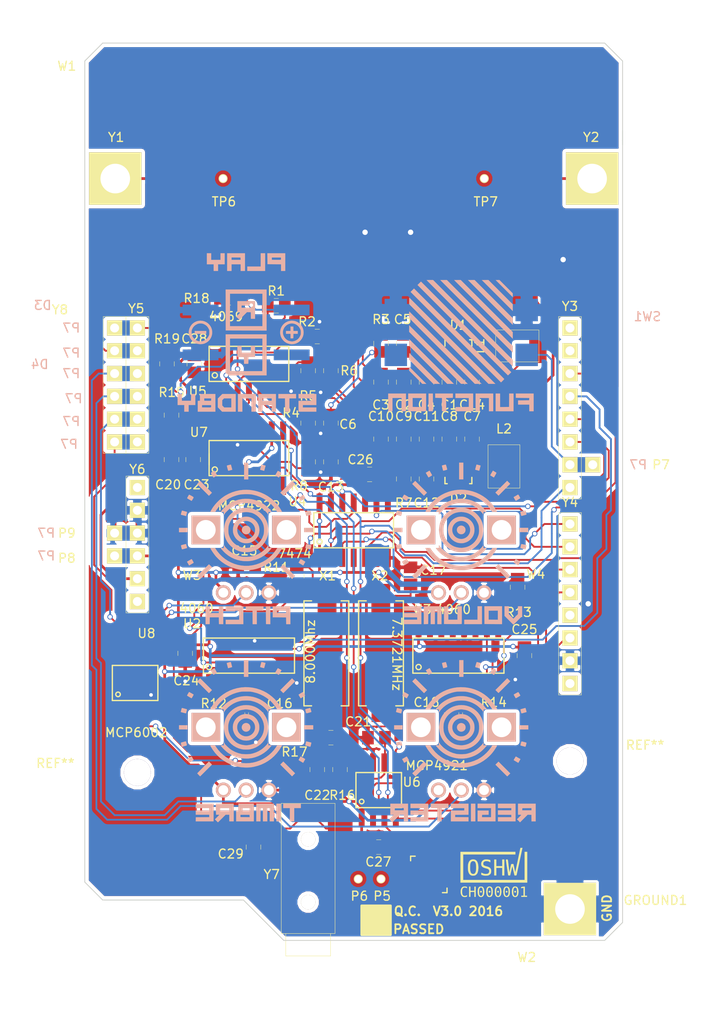
<source format=kicad_pcb>
(kicad_pcb (version 4) (host pcbnew 4.1.0-alpha+201607190716+6983~46~ubuntu14.04.1-product)
  (layers (0 F.Cu signal) (31 B.Cu signal) (34 B.Paste user) (35 F.Paste user) (36 B.SilkS user) (37 F.SilkS user) (38 B.Mask user) (39 F.Mask user) (44 Edge.Cuts user))
  (net 0 "")
  (net 1 "Net-(U5-Pad10)")
  (net 2 "Net-(C2-Pad1)")
  (net 3 "Net-(C1-Pad1)")
  (net 4 "Net-(C6-Pad1)")
  (net 5 VDD)
  (net 6 GND)
  (net 7 "Net-(C10-Pad1)")
  (net 8 "Net-(R1-Pad1)")
  (net 9 VoutB)
  (net 10 "Net-(C13-Pad1)")
  (net 11 "Net-(R11-Pad1)")
  (net 12 "Net-(C15-Pad1)")
  (net 13 "Net-(C16-Pad1)")
  (net 14 "Net-(R13-Pad1)")
  (net 15 "Net-(C17-Pad1)")
  (net 16 "Net-(C18-Pad1)")
  (net 17 VCC)
  (net 18 "Net-(U2-Pad7)")
  (net 19 "Net-(U3-Pad7)")
  (net 20 BUT)
  (net 21 VO_PITCH)
  (net 22 VO_VOL)
  (net 23 F_PITCH)
  (net 24 F_VOL)
  (net 25 "Net-(C5-Pad2)")
  (net 26 DAC_LATCH)
  (net 27 DAC_DI)
  (net 28 DAC_SCK)
  (net 29 DAC_CS)
  (net 30 DAC2_CS)
  (net 31 "Net-(C2-Pad2)")
  (net 32 VrefB)
  (net 33 "Net-(C21-Pad1)")
  (net 34 "Net-(C22-Pad1)")
  (net 35 "Net-(R17-Pad1)")
  (net 36 "Net-(D3-Pad2)")
  (net 37 "Net-(D4-Pad2)")
  (net 38 A0)
  (net 39 A1)
  (net 40 A2)
  (net 41 A3)
  (net 42 LED_GREEN)
  (net 43 LED_RED)
  (net 44 "Net-(C7-Pad1)")
  (net 45 "Net-(C11-Pad1)")
  (net 46 "Net-(C12-Pad2)")
  (net 47 "Net-(R4-Pad2)")
  (net 48 "Net-(R5-Pad1)")
  (net 49 SAMPLE_CLK)
  (net 50 "Net-(C29-Pad1)")
  (net 51 "Net-(C29-Pad2)")
  (net 52 "Net-(U5-Pad1)")
  (module GaudiLabsFootPrints:SMD_Pinheader_1_OT_BLANK (layer B.Cu) (at 64.6 117.9)
    (fp_text reference P7 (at -8.89 0 180) (layer B.SilkS) (effects (justify mirror)))
    (fp_text value CONN_01X01)
    (pad 1 smd rect (at 0 0) (size 1.7 1.7) (layers B.Cu B.Mask))
  )
  (module GaudiLabsFootPrints:SOIC-14_N (layer F.Cu) (at 78.316 96.5)
    (fp_text reference U5 (at -5.715 3.048) (layer F.SilkS))
    (fp_text value 4069)
    (pad 1 smd rect (at -3.81 3.0734) (size 0.6604 2.032) (layers F.Cu F.Paste F.Mask) (net 52 "Net-(U5-Pad1)"))
    (pad 2 smd rect (at -2.54 3.0734) (size 0.6604 2.032) (layers F.Cu F.Paste F.Mask) (net 22 VO_VOL))
    (pad 3 smd rect (at -1.27 3.0734) (size 0.6604 2.032) (layers F.Cu F.Paste F.Mask) (net 48 "Net-(R5-Pad1)"))
    (pad 4 smd rect (at 0 3.0734) (size 0.6604 2.032) (layers F.Cu F.Paste F.Mask) (net 52 "Net-(U5-Pad1)"))
    (pad 5 smd rect (at 1.27 3.0734) (size 0.6604 2.032) (layers F.Cu F.Paste F.Mask) (net 7 "Net-(C10-Pad1)"))
    (pad 6 smd rect (at 2.54 3.0734) (size 0.6604 2.032) (layers F.Cu F.Paste F.Mask) (net 48 "Net-(R5-Pad1)"))
    (pad 7 smd rect (at 3.81 3.0734) (size 0.6604 2.032) (layers F.Cu F.Paste F.Mask) (net 6 GND))
    (pad 8 smd rect (at 3.81 -3.0734) (size 0.6604 2.032) (layers F.Cu F.Paste F.Mask) (net 8 "Net-(R1-Pad1)"))
    (pad 9 smd rect (at 2.54 -3.0734) (size 0.6604 2.032) (layers F.Cu F.Paste F.Mask) (net 31 "Net-(C2-Pad2)"))
    (pad 11 smd rect (at 0 -3.0734) (size 0.6604 2.032) (layers F.Cu F.Paste F.Mask) (net 8 "Net-(R1-Pad1)"))
    (pad 12 smd rect (at -1.27 -3.0734) (size 0.6604 2.032) (layers F.Cu F.Paste F.Mask) (net 21 VO_PITCH))
    (pad 13 smd rect (at -2.54 -3.0734) (size 0.6604 2.032) (layers F.Cu F.Paste F.Mask) (net 1 "Net-(U5-Pad10)"))
    (pad 14 smd rect (at -3.81 -3.0734) (size 0.6604 2.032) (layers F.Cu F.Paste F.Mask) (net 5 VDD))
    (pad 10 smd rect (at 1.27 -3.0734) (size 0.6604 2.032) (layers F.Cu F.Paste F.Mask) (net 1 "Net-(U5-Pad10)"))
  )
  (module GaudiLabsFootPrints:SMD_Pinheader_6_OT (layer F.Cu) (at 65.87 116.63 90)
    (fp_text reference Y6 (at 8.382 0 180) (layer F.SilkS))
    (fp_text value CONN_01X06)
    (pad 4 thru_hole rect (at -1.27 0 90) (size 1.7 1.7) (drill 1) (layers *.Cu *.Mask F.SilkS) (net 17 VCC))
    (pad 6 thru_hole rect (at -6.35 0 90) (size 1.7 1.7) (drill 1) (layers *.Cu *.Mask F.SilkS))
    (pad 5 thru_hole rect (at -3.81 0 90) (size 1.7 1.7) (drill 1) (layers *.Cu *.Mask F.SilkS) (net 5 VDD))
    (pad 3 thru_hole rect (at 1.27 0 90) (size 1.7 1.7) (drill 1) (layers *.Cu *.Mask F.SilkS) (net 6 GND))
    (pad 2 thru_hole rect (at 3.81 0 90) (size 1.7 1.7) (drill 1) (layers *.Cu *.Mask F.SilkS) (net 6 GND))
    (pad 1 thru_hole rect (at 6.35 0 90) (size 1.7 1.7) (drill 1) (layers *.Cu *.Mask F.SilkS))
  )
  (module GaudiLabsFootPrints:COIL (layer F.Cu) (at 108.25 94.5 90)
    (fp_text reference L1 (at 0 -4.191 270) (layer F.SilkS))
    (fp_text value 1mH)
    (pad 2 smd rect (at 0 2.3 90) (size 3.81 1.9304) (layers F.Cu F.Paste F.Mask) (net 3 "Net-(C1-Pad1)"))
    (pad 1 smd rect (at 0 -2.3 90) (size 3.81 1.9304) (layers F.Cu F.Paste F.Mask) (net 2 "Net-(C2-Pad1)"))
  )
  (module GaudiLabsFootPrints:COIL (layer F.Cu) (at 106.764 107.93 180)
    (fp_text reference L2 (at 0 4.191) (layer F.SilkS))
    (fp_text value 1mH)
    (pad 2 smd rect (at 0 2.3 180) (size 3.81 1.9304) (layers F.Cu F.Paste F.Mask) (net 44 "Net-(C7-Pad1)"))
    (pad 1 smd rect (at 0 -2.3 180) (size 3.81 1.9304) (layers F.Cu F.Paste F.Mask) (net 45 "Net-(C11-Pad1)"))
  )
  (module Crystals:Crystal_HC49-SD_SMD (layer F.Cu) (at 86.952 128.758 270)
    (fp_text reference X1 (at -8.636 -0.127) (layer F.SilkS))
    (fp_text value 8MHz)
    (pad 1 smd rect (at -4.941 -0.076 270) (size 5.6007 2.10058) (layers F.Cu F.Paste F.Mask) (net 12 "Net-(C15-Pad1)"))
    (pad 2 smd rect (at 4.84886 0 270) (size 5.6007 2.10058) (layers F.Cu F.Paste F.Mask) (net 13 "Net-(C16-Pad1)"))
  )
  (module Crystals:Crystal_HC49-SD_SMD (layer F.Cu) (at 93.048 128.758 270)
    (fp_text reference X2 (at -8.636 0.127) (layer F.SilkS))
    (fp_text value 7.3721MHz)
    (pad 1 smd rect (at -4.941 0.02 270) (size 5.6007 2.10058) (layers F.Cu F.Paste F.Mask) (net 15 "Net-(C17-Pad1)"))
    (pad 2 smd rect (at 4.84886 0 270) (size 5.6007 2.10058) (layers F.Cu F.Paste F.Mask) (net 16 "Net-(C18-Pad1)"))
  )
  (module GaudiLabsFootPrints:MountPad3 (layer F.Cu) (at 63.4 75.85)
    (fp_text reference Y1 (at 0.1 -4.6) (layer F.SilkS))
    (fp_text value MountPad3)
    (pad 1 thru_hole rect (at 0 0) (size 5.842 5.842) (drill 3.3) (layers *.Cu *.Mask F.SilkS) (net 2 "Net-(C2-Pad1)"))
  )
  (module GaudiLabsFootPrints:MountPad3 (layer F.Cu) (at 116.6 75.85)
    (fp_text reference Y2 (at -0.1 -4.6) (layer F.SilkS))
    (fp_text value MountPad3)
    (pad 1 thru_hole rect (at 0 0) (size 5.842 5.842) (drill 3.3) (layers *.Cu *.Mask F.SilkS) (net 45 "Net-(C11-Pad1)"))
  )
  (module TO_SOT_Packages_SMD:SOT-23 (layer F.Cu) (at 101.684 94.468)
    (fp_text reference D1 (at 0 -2.286 180) (layer F.SilkS))
    (fp_text value BB914)
    (pad 1 smd rect (at -0.95 1.00076) (size 0.8001 0.8001) (layers F.Cu F.Paste F.Mask) (net 6 GND))
    (pad 2 smd rect (at 0.95 1.00076) (size 0.8001 0.8001) (layers F.Cu F.Paste F.Mask) (net 6 GND))
    (pad 3 smd rect (at 0 -0.99822) (size 0.8001 0.8001) (layers F.Cu F.Paste F.Mask) (net 25 "Net-(C5-Pad2)"))
  )
  (module TO_SOT_Packages_SMD:SOT-23 (layer F.Cu) (at 101.684 109.2 180)
    (fp_text reference D2 (at 0 -2.286) (layer F.SilkS))
    (fp_text value BB914)
    (pad 1 smd rect (at -0.95 1.00076 180) (size 0.8001 0.8001) (layers F.Cu F.Paste F.Mask) (net 6 GND))
    (pad 2 smd rect (at 0.95 1.00076 180) (size 0.8001 0.8001) (layers F.Cu F.Paste F.Mask) (net 6 GND))
    (pad 3 smd rect (at 0 -0.99822 180) (size 0.8001 0.8001) (layers F.Cu F.Paste F.Mask) (net 46 "Net-(C12-Pad2)"))
  )
  (module GaudiLabsFootPrints:0805G (layer F.Cu) (at 95.588 109.327)
    (fp_text reference R7 (at 0 2.667 180) (layer F.SilkS))
    (fp_text value 100k)
    (pad 1 smd rect (at 0 -0.95) (size 1.5 1.2954) (layers F.Cu F.Paste F.Mask) (net 10 "Net-(C13-Pad1)"))
    (pad 2 smd rect (at 0 0.95) (size 1.5 1.2954) (layers F.Cu F.Paste F.Mask) (net 46 "Net-(C12-Pad2)"))
  )
  (module GaudiLabsFootPrints:0805G (layer F.Cu) (at 69.172 96.5 180)
    (fp_text reference R19 (at 0 2.794) (layer F.SilkS))
    (fp_text value 470)
    (pad 1 smd rect (at 0 -0.95 180) (size 1.5 1.2954) (layers F.Cu F.Paste F.Mask) (net 37 "Net-(D4-Pad2)"))
    (pad 2 smd rect (at 0 0.95 180) (size 1.5 1.2954) (layers F.Cu F.Paste F.Mask) (net 43 LED_RED))
  )
  (module GaudiLabsFootPrints:0805G (layer F.Cu) (at 76.03 89.134 270)
    (fp_text reference R18 (at 0.064 3.556) (layer F.SilkS))
    (fp_text value 470)
    (pad 1 smd rect (at 0 -0.95 270) (size 1.5 1.2954) (layers F.Cu F.Paste F.Mask) (net 36 "Net-(D3-Pad2)"))
    (pad 2 smd rect (at 0 0.95 270) (size 1.5 1.2954) (layers F.Cu F.Paste F.Mask) (net 42 LED_GREEN))
  )
  (module GaudiLabsFootPrints:0805G (layer F.Cu) (at 72.22 96.5)
    (fp_text reference C28 (at 0 -2.794) (layer F.SilkS))
    (fp_text value 100nF)
    (pad 1 smd rect (at 0 -0.95) (size 1.5 1.2954) (layers F.Cu F.Paste F.Mask) (net 5 VDD))
    (pad 2 smd rect (at 0 0.95) (size 1.5 1.2954) (layers F.Cu F.Paste F.Mask) (net 6 GND))
  )
  (module GaudiLabsFootPrints:0805G (layer F.Cu) (at 92.794 150.348 90)
    (fp_text reference C27 (at -1.652 -0.044 180) (layer F.SilkS))
    (fp_text value 100nF)
    (pad 1 smd rect (at 0 -0.95 90) (size 1.5 1.2954) (layers F.Cu F.Paste F.Mask) (net 17 VCC))
    (pad 2 smd rect (at 0 0.95 90) (size 1.5 1.2954) (layers F.Cu F.Paste F.Mask) (net 6 GND))
  )
  (module GaudiLabsFootPrints:0805G (layer F.Cu) (at 91.778 108.819 270)
    (fp_text reference C26 (at -1.651 1.016) (layer F.SilkS))
    (fp_text value 100nF)
    (pad 1 smd rect (at 0 -0.95 270) (size 1.5 1.2954) (layers F.Cu F.Paste F.Mask) (net 17 VCC))
    (pad 2 smd rect (at 0 0.95 270) (size 1.5 1.2954) (layers F.Cu F.Paste F.Mask) (net 6 GND))
  )
  (module GaudiLabsFootPrints:0805G (layer F.Cu) (at 109.05 129.012)
    (fp_text reference C25 (at 0 -2.921) (layer F.SilkS))
    (fp_text value 100nF)
    (pad 1 smd rect (at 0 -0.95) (size 1.5 1.2954) (layers F.Cu F.Paste F.Mask) (net 17 VCC))
    (pad 2 smd rect (at 0 0.95) (size 1.5 1.2954) (layers F.Cu F.Paste F.Mask) (net 6 GND))
  )
  (module GaudiLabsFootPrints:0805G (layer F.Cu) (at 71.204 128.758)
    (fp_text reference C24 (at 0.127 3.048) (layer F.SilkS))
    (fp_text value 100nF)
    (pad 1 smd rect (at 0 -0.95) (size 1.5 1.2954) (layers F.Cu F.Paste F.Mask) (net 17 VCC))
    (pad 2 smd rect (at 0 0.95) (size 1.5 1.2954) (layers F.Cu F.Paste F.Mask) (net 6 GND))
  )
  (module GaudiLabsFootPrints:0805G (layer F.Cu) (at 72.093 107.168)
    (fp_text reference C23 (at 0.381 2.794) (layer F.SilkS))
    (fp_text value 100nF)
    (pad 1 smd rect (at 0 -0.95) (size 1.5 1.2954) (layers F.Cu F.Paste F.Mask) (net 17 VCC))
    (pad 2 smd rect (at 0 0.95) (size 1.5 1.2954) (layers F.Cu F.Paste F.Mask) (net 6 GND))
  )
  (module GaudiLabsFootPrints:0805G (layer F.Cu) (at 87.46 138.156 270)
    (fp_text reference R17 (at 1.588 4.064) (layer F.SilkS))
    (fp_text value 2.2k)
    (pad 1 smd rect (at 0 -0.95 270) (size 1.5 1.2954) (layers F.Cu F.Paste F.Mask) (net 35 "Net-(R17-Pad1)"))
    (pad 2 smd rect (at 0 0.95 270) (size 1.5 1.2954) (layers F.Cu F.Paste F.Mask) (net 34 "Net-(C22-Pad1)"))
  )
  (module GaudiLabsFootPrints:0805G (layer F.Cu) (at 88.476 141.712)
    (fp_text reference R16 (at 0.254 2.858 180) (layer F.SilkS))
    (fp_text value 100k)
    (pad 1 smd rect (at 0 -0.95) (size 1.5 1.2954) (layers F.Cu F.Paste F.Mask) (net 33 "Net-(C21-Pad1)"))
    (pad 2 smd rect (at 0 0.95) (size 1.5 1.2954) (layers F.Cu F.Paste F.Mask) (net 17 VCC))
  )
  (module GaudiLabsFootPrints:0805G (layer F.Cu) (at 69.68 102.215 180)
    (fp_text reference R15 (at 0 2.54) (layer F.SilkS))
    (fp_text value 100k)
    (pad 1 smd rect (at 0 -0.95 180) (size 1.5 1.2954) (layers F.Cu F.Paste F.Mask) (net 32 VrefB))
    (pad 2 smd rect (at 0 0.95 180) (size 1.5 1.2954) (layers F.Cu F.Paste F.Mask) (net 5 VDD))
  )
  (module GaudiLabsFootPrints:0805G (layer F.Cu) (at 85.936 141.712)
    (fp_text reference C22 (at 0 2.858 180) (layer F.SilkS))
    (fp_text value 10n)
    (pad 1 smd rect (at 0 -0.95) (size 1.5 1.2954) (layers F.Cu F.Paste F.Mask) (net 34 "Net-(C22-Pad1)"))
    (pad 2 smd rect (at 0 0.95) (size 1.5 1.2954) (layers F.Cu F.Paste F.Mask) (net 6 GND))
  )
  (module GaudiLabsFootPrints:0805G (layer F.Cu) (at 92.54 138.156 270)
    (fp_text reference C21 (at -1.778 2.032) (layer F.SilkS))
    (fp_text value 100n)
    (pad 1 smd rect (at 0 -0.95 270) (size 1.5 1.2954) (layers F.Cu F.Paste F.Mask) (net 33 "Net-(C21-Pad1)"))
    (pad 2 smd rect (at 0 0.95 270) (size 1.5 1.2954) (layers F.Cu F.Paste F.Mask) (net 6 GND))
  )
  (module GaudiLabsFootPrints:0805G (layer F.Cu) (at 69.68 107.168)
    (fp_text reference C20 (at -0.381 2.794) (layer F.SilkS))
    (fp_text value 100n)
    (pad 1 smd rect (at 0 -0.95) (size 1.5 1.2954) (layers F.Cu F.Paste F.Mask) (net 32 VrefB))
    (pad 2 smd rect (at 0 0.95) (size 1.5 1.2954) (layers F.Cu F.Paste F.Mask) (net 6 GND))
  )
  (module GaudiLabsFootPrints:0805G (layer F.Cu) (at 100.922 135.616)
    (fp_text reference C18 (at -2.794 -1.397) (layer F.SilkS))
    (fp_text value 33pF)
    (pad 1 smd rect (at 0 -0.95) (size 1.5 1.2954) (layers F.Cu F.Paste F.Mask) (net 16 "Net-(C18-Pad1)"))
    (pad 2 smd rect (at 0 0.95) (size 1.5 1.2954) (layers F.Cu F.Paste F.Mask) (net 6 GND))
  )
  (module GaudiLabsFootPrints:0805G (layer F.Cu) (at 96.35 120.122 180)
    (fp_text reference C17 (at -2.54 0.635 180) (layer F.SilkS))
    (fp_text value 33pF)
    (pad 1 smd rect (at 0 -0.95 180) (size 1.5 1.2954) (layers F.Cu F.Paste F.Mask) (net 15 "Net-(C17-Pad1)"))
    (pad 2 smd rect (at 0 0.95 180) (size 1.5 1.2954) (layers F.Cu F.Paste F.Mask) (net 6 GND))
  )
  (module GaudiLabsFootPrints:0805G (layer F.Cu) (at 79.078 135.616)
    (fp_text reference C16 (at 2.667 -1.27) (layer F.SilkS))
    (fp_text value 33pF)
    (pad 1 smd rect (at 0 -0.95) (size 1.5 1.2954) (layers F.Cu F.Paste F.Mask) (net 13 "Net-(C16-Pad1)"))
    (pad 2 smd rect (at 0 0.95) (size 1.5 1.2954) (layers F.Cu F.Paste F.Mask) (net 6 GND))
  )
  (module GaudiLabsFootPrints:0805G (layer F.Cu) (at 78.062 119.106 270)
    (fp_text reference C15 (at -1.778 0.254) (layer F.SilkS))
    (fp_text value 33pF)
    (pad 1 smd rect (at 0 -0.95 270) (size 1.5 1.2954) (layers F.Cu F.Paste F.Mask) (net 12 "Net-(C15-Pad1)"))
    (pad 2 smd rect (at 0 0.95 270) (size 1.5 1.2954) (layers F.Cu F.Paste F.Mask) (net 6 GND))
  )
  (module GaudiLabsFootPrints:0805G (layer F.Cu) (at 87.46 107.422)
    (fp_text reference C13 (at 0 2.794) (layer F.SilkS))
    (fp_text value 100nF)
    (pad 1 smd rect (at 0 -0.95) (size 1.5 1.2954) (layers F.Cu F.Paste F.Mask) (net 10 "Net-(C13-Pad1)"))
    (pad 2 smd rect (at 0 0.95) (size 1.5 1.2954) (layers F.Cu F.Paste F.Mask) (net 6 GND))
  )
  (module GaudiLabsFootPrints:0805G (layer F.Cu) (at 98.128 109.327)
    (fp_text reference C12 (at 0 2.667 -180) (layer F.SilkS))
    (fp_text value 470pF)
    (pad 1 smd rect (at 0 -0.95) (size 1.5 1.2954) (layers F.Cu F.Paste F.Mask) (net 45 "Net-(C11-Pad1)"))
    (pad 2 smd rect (at 0 0.95) (size 1.5 1.2954) (layers F.Cu F.Paste F.Mask) (net 46 "Net-(C12-Pad2)"))
  )
  (module GaudiLabsFootPrints:0805G (layer F.Cu) (at 98.128 104.882 180)
    (fp_text reference C11 (at 0 2.54 180) (layer F.SilkS))
    (fp_text value 0)
    (pad 1 smd rect (at 0 -0.95 180) (size 1.5 1.2954) (layers F.Cu F.Paste F.Mask) (net 45 "Net-(C11-Pad1)"))
    (pad 2 smd rect (at 0 0.95 180) (size 1.5 1.2954) (layers F.Cu F.Paste F.Mask) (net 6 GND))
  )
  (module GaudiLabsFootPrints:0805G (layer F.Cu) (at 93.048 104.882 180)
    (fp_text reference C10 (at 0 2.54 180) (layer F.SilkS))
    (fp_text value 150pF)
    (pad 1 smd rect (at 0 -0.95 180) (size 1.5 1.2954) (layers F.Cu F.Paste F.Mask) (net 7 "Net-(C10-Pad1)"))
    (pad 2 smd rect (at 0 0.95 180) (size 1.5 1.2954) (layers F.Cu F.Paste F.Mask) (net 6 GND))
  )
  (module GaudiLabsFootPrints:0805G (layer F.Cu) (at 95.588 104.882)
    (fp_text reference C9 (at 0 -2.54) (layer F.SilkS))
    (fp_text value 150pF)
    (pad 1 smd rect (at 0 -0.95) (size 1.5 1.2954) (layers F.Cu F.Paste F.Mask) (net 45 "Net-(C11-Pad1)"))
    (pad 2 smd rect (at 0 0.95) (size 1.5 1.2954) (layers F.Cu F.Paste F.Mask) (net 7 "Net-(C10-Pad1)"))
  )
  (module GaudiLabsFootPrints:0805G (layer F.Cu) (at 100.668 104.882)
    (fp_text reference C8 (at 0 -2.54) (layer F.SilkS))
    (fp_text value 330pF)
    (pad 1 smd rect (at 0 -0.95) (size 1.5 1.2954) (layers F.Cu F.Paste F.Mask) (net 44 "Net-(C7-Pad1)"))
    (pad 2 smd rect (at 0 0.95) (size 1.5 1.2954) (layers F.Cu F.Paste F.Mask) (net 6 GND))
  )
  (module GaudiLabsFootPrints:0805G (layer F.Cu) (at 87.46 103.104)
    (fp_text reference C6 (at 1.905 0.127) (layer F.SilkS))
    (fp_text value 100nF)
    (pad 1 smd rect (at 0 -0.95) (size 1.5 1.2954) (layers F.Cu F.Paste F.Mask) (net 4 "Net-(C6-Pad1)"))
    (pad 2 smd rect (at 0 0.95) (size 1.5 1.2954) (layers F.Cu F.Paste F.Mask) (net 6 GND))
  )
  (module GaudiLabsFootPrints:0805G (layer F.Cu) (at 95.588 94.214 180)
    (fp_text reference C5 (at 0.127 2.667 180) (layer F.SilkS))
    (fp_text value 470pF)
    (pad 1 smd rect (at 0 -0.95 180) (size 1.5 1.2954) (layers F.Cu F.Paste F.Mask) (net 2 "Net-(C2-Pad1)"))
    (pad 2 smd rect (at 0 0.95 180) (size 1.5 1.2954) (layers F.Cu F.Paste F.Mask) (net 25 "Net-(C5-Pad2)"))
  )
  (module GaudiLabsFootPrints:0805G (layer F.Cu) (at 98.128 98.532)
    (fp_text reference C4 (at 0 2.54) (layer F.SilkS))
    (fp_text value 15nF?)
    (pad 1 smd rect (at 0 -0.95) (size 1.5 1.2954) (layers F.Cu F.Paste F.Mask) (net 2 "Net-(C2-Pad1)"))
    (pad 2 smd rect (at 0 0.95) (size 1.5 1.2954) (layers F.Cu F.Paste F.Mask) (net 6 GND))
  )
  (module GaudiLabsFootPrints:0805G (layer F.Cu) (at 93.048 98.532)
    (fp_text reference C3 (at 0 2.54) (layer F.SilkS))
    (fp_text value 150pF)
    (pad 1 smd rect (at 0 -0.95) (size 1.5 1.2954) (layers F.Cu F.Paste F.Mask) (net 31 "Net-(C2-Pad2)"))
    (pad 2 smd rect (at 0 0.95) (size 1.5 1.2954) (layers F.Cu F.Paste F.Mask) (net 6 GND))
  )
  (module GaudiLabsFootPrints:0805G (layer F.Cu) (at 95.588 98.532 180)
    (fp_text reference C2 (at 0 -2.54 180) (layer F.SilkS))
    (fp_text value 150pF)
    (pad 1 smd rect (at 0 -0.95 180) (size 1.5 1.2954) (layers F.Cu F.Paste F.Mask) (net 2 "Net-(C2-Pad1)"))
    (pad 2 smd rect (at 0 0.95 180) (size 1.5 1.2954) (layers F.Cu F.Paste F.Mask) (net 31 "Net-(C2-Pad2)"))
  )
  (module GaudiLabsFootPrints:0805G (layer F.Cu) (at 100.668 98.532 180)
    (fp_text reference C1 (at 0 -2.54 180) (layer F.SilkS))
    (fp_text value "220pF 270pF?")
    (pad 1 smd rect (at 0 -0.95 180) (size 1.5 1.2954) (layers F.Cu F.Paste F.Mask) (net 3 "Net-(C1-Pad1)"))
    (pad 2 smd rect (at 0 0.95 180) (size 1.5 1.2954) (layers F.Cu F.Paste F.Mask) (net 6 GND))
  )
  (module GaudiLabsFootPrints:0805G (layer F.Cu) (at 102.954 135.616)
    (fp_text reference R14 (at 2.667 -1.397) (layer F.SilkS))
    (fp_text value 470)
    (pad 1 smd rect (at 0 -0.95) (size 1.5 1.2954) (layers F.Cu F.Paste F.Mask) (net 16 "Net-(C18-Pad1)"))
    (pad 2 smd rect (at 0 0.95) (size 1.5 1.2954) (layers F.Cu F.Paste F.Mask) (net 14 "Net-(R13-Pad1)"))
  )
  (module GaudiLabsFootPrints:0805G (layer F.Cu) (at 108.288 121.392 180)
    (fp_text reference R13 (at -0.127 -2.794 180) (layer F.SilkS))
    (fp_text value 4.7M)
    (pad 1 smd rect (at 0 -0.95 180) (size 1.5 1.2954) (layers F.Cu F.Paste F.Mask) (net 14 "Net-(R13-Pad1)"))
    (pad 2 smd rect (at 0 0.95 180) (size 1.5 1.2954) (layers F.Cu F.Paste F.Mask) (net 15 "Net-(C17-Pad1)"))
  )
  (module GaudiLabsFootPrints:0805G (layer F.Cu) (at 77.046 135.616)
    (fp_text reference R12 (at -2.667 -1.27) (layer F.SilkS))
    (fp_text value 470)
    (pad 1 smd rect (at 0 -0.95) (size 1.5 1.2954) (layers F.Cu F.Paste F.Mask) (net 13 "Net-(C16-Pad1)"))
    (pad 2 smd rect (at 0 0.95) (size 1.5 1.2954) (layers F.Cu F.Paste F.Mask) (net 11 "Net-(R11-Pad1)"))
  )
  (module GaudiLabsFootPrints:0805G (layer F.Cu) (at 83.65 120.122 180)
    (fp_text reference R11 (at 2.286 0.952 180) (layer F.SilkS))
    (fp_text value 4.7M)
    (pad 1 smd rect (at 0 -0.95 180) (size 1.5 1.2954) (layers F.Cu F.Paste F.Mask) (net 11 "Net-(R11-Pad1)"))
    (pad 2 smd rect (at 0 0.95 180) (size 1.5 1.2954) (layers F.Cu F.Paste F.Mask) (net 12 "Net-(C15-Pad1)"))
  )
  (module GaudiLabsFootPrints:0805G (layer F.Cu) (at 84.92 107.422)
    (fp_text reference R8 (at -1.016 2.667) (layer F.SilkS))
    (fp_text value 100k)
    (pad 1 smd rect (at 0 -0.95) (size 1.5 1.2954) (layers F.Cu F.Paste F.Mask) (net 10 "Net-(C13-Pad1)"))
    (pad 2 smd rect (at 0 0.95) (size 1.5 1.2954) (layers F.Cu F.Paste F.Mask) (net 9 VoutB))
  )
  (module GaudiLabsFootPrints:0805G (layer F.Cu) (at 87.46 97.262 180)
    (fp_text reference R6 (at -2.032 0 180) (layer F.SilkS))
    (fp_text value 2.2k)
    (pad 1 smd rect (at 0 -0.95 180) (size 1.5 1.2954) (layers F.Cu F.Paste F.Mask) (net 44 "Net-(C7-Pad1)"))
    (pad 2 smd rect (at 0 0.95 180) (size 1.5 1.2954) (layers F.Cu F.Paste F.Mask) (net 48 "Net-(R5-Pad1)"))
  )
  (module GaudiLabsFootPrints:0805G (layer F.Cu) (at 84.92 97.262)
    (fp_text reference R5 (at 0 2.794) (layer F.SilkS))
    (fp_text value 4.7M)
    (pad 1 smd rect (at 0 -0.95) (size 1.5 1.2954) (layers F.Cu F.Paste F.Mask) (net 48 "Net-(R5-Pad1)"))
    (pad 2 smd rect (at 0 0.95) (size 1.5 1.2954) (layers F.Cu F.Paste F.Mask) (net 7 "Net-(C10-Pad1)"))
  )
  (module GaudiLabsFootPrints:0805G (layer F.Cu) (at 84.92 103.104)
    (fp_text reference R4 (at -1.905 -1.143) (layer F.SilkS))
    (fp_text value 100k)
    (pad 1 smd rect (at 0 -0.95) (size 1.5 1.2954) (layers F.Cu F.Paste F.Mask) (net 4 "Net-(C6-Pad1)"))
    (pad 2 smd rect (at 0 0.95) (size 1.5 1.2954) (layers F.Cu F.Paste F.Mask) (net 47 "Net-(R4-Pad2)"))
  )
  (module GaudiLabsFootPrints:0805G (layer F.Cu) (at 93.048 94.214 180)
    (fp_text reference R3 (at 0 2.667 180) (layer F.SilkS))
    (fp_text value 100k)
    (pad 1 smd rect (at 0 -0.95 180) (size 1.5 1.2954) (layers F.Cu F.Paste F.Mask) (net 4 "Net-(C6-Pad1)"))
    (pad 2 smd rect (at 0 0.95 180) (size 1.5 1.2954) (layers F.Cu F.Paste F.Mask) (net 25 "Net-(C5-Pad2)"))
  )
  (module GaudiLabsFootPrints:0805G (layer F.Cu) (at 81.364 90.023 270)
    (fp_text reference R1 (at -1.651 0) (layer F.SilkS))
    (fp_text value 4.7M)
    (pad 1 smd rect (at 0 -0.95 270) (size 1.5 1.2954) (layers F.Cu F.Paste F.Mask) (net 8 "Net-(R1-Pad1)"))
    (pad 2 smd rect (at 0 0.95 270) (size 1.5 1.2954) (layers F.Cu F.Paste F.Mask) (net 31 "Net-(C2-Pad2)"))
  )
  (module GaudiLabsFootPrints:0805G (layer F.Cu) (at 85.936 93.452 270)
    (fp_text reference R2 (at -1.651 1.143) (layer F.SilkS))
    (fp_text value 2.2k)
    (pad 1 smd rect (at 0 -0.95 270) (size 1.5 1.2954) (layers F.Cu F.Paste F.Mask) (net 3 "Net-(C1-Pad1)"))
    (pad 2 smd rect (at 0 0.95 270) (size 1.5 1.2954) (layers F.Cu F.Paste F.Mask) (net 8 "Net-(R1-Pad1)"))
  )
  (module GaudiLabsFootPrints:0805G (layer F.Cu) (at 78.824 150.348 180)
    (fp_text reference C29 (at 2.54 -0.762 180) (layer F.SilkS))
    (fp_text value 10uF)
    (pad 1 smd rect (at 0 -0.95 180) (size 1.5 1.2954) (layers F.Cu F.Paste F.Mask) (net 50 "Net-(C29-Pad1)"))
    (pad 2 smd rect (at 0 0.95 180) (size 1.5 1.2954) (layers F.Cu F.Paste F.Mask) (net 51 "Net-(C29-Pad2)"))
  )
  (module GaudiLabsFootPrints:SOIC-14_N (layer F.Cu) (at 78.316 107)
    (fp_text reference U7 (at -5.588 -2.88) (layer F.SilkS))
    (fp_text value MCP4922-E/SL)
    (pad 1 smd rect (at -3.81 3.0734) (size 0.6604 2.032) (layers F.Cu F.Paste F.Mask) (net 17 VCC))
    (pad 2 smd rect (at -2.54 3.0734) (size 0.6604 2.032) (layers F.Cu F.Paste F.Mask))
    (pad 3 smd rect (at -1.27 3.0734) (size 0.6604 2.032) (layers F.Cu F.Paste F.Mask) (net 30 DAC2_CS))
    (pad 4 smd rect (at 0 3.0734) (size 0.6604 2.032) (layers F.Cu F.Paste F.Mask) (net 28 DAC_SCK))
    (pad 5 smd rect (at 1.27 3.0734) (size 0.6604 2.032) (layers F.Cu F.Paste F.Mask) (net 27 DAC_DI))
    (pad 6 smd rect (at 2.54 3.0734) (size 0.6604 2.032) (layers F.Cu F.Paste F.Mask))
    (pad 7 smd rect (at 3.81 3.0734) (size 0.6604 2.032) (layers F.Cu F.Paste F.Mask))
    (pad 8 smd rect (at 3.81 -3.0734) (size 0.6604 2.032) (layers F.Cu F.Paste F.Mask) (net 26 DAC_LATCH))
    (pad 9 smd rect (at 2.54 -3.0734) (size 0.6604 2.032) (layers F.Cu F.Paste F.Mask) (net 17 VCC))
    (pad 11 smd rect (at 0 -3.0734) (size 0.6604 2.032) (layers F.Cu F.Paste F.Mask) (net 32 VrefB))
    (pad 12 smd rect (at -1.27 -3.0734) (size 0.6604 2.032) (layers F.Cu F.Paste F.Mask) (net 6 GND))
    (pad 13 smd rect (at -2.54 -3.0734) (size 0.6604 2.032) (layers F.Cu F.Paste F.Mask) (net 32 VrefB))
    (pad 14 smd rect (at -3.81 -3.0734) (size 0.6604 2.032) (layers F.Cu F.Paste F.Mask) (net 47 "Net-(R4-Pad2)"))
    (pad 10 smd rect (at 1.27 -3.0734) (size 0.6604 2.032) (layers F.Cu F.Paste F.Mask) (net 9 VoutB))
  )
  (module GaudiLabsFootPrints:SOIC-14_N (layer F.Cu) (at 90 115.042)
    (fp_text reference U4 (at -6.281 -3.2) (layer F.SilkS))
    (fp_text value 74HC74)
    (pad 1 smd rect (at -3.81 3.0734) (size 0.6604 2.032) (layers F.Cu F.Paste F.Mask) (net 17 VCC))
    (pad 2 smd rect (at -2.54 3.0734) (size 0.6604 2.032) (layers F.Cu F.Paste F.Mask) (net 22 VO_VOL))
    (pad 3 smd rect (at -1.27 3.0734) (size 0.6604 2.032) (layers F.Cu F.Paste F.Mask) (net 19 "Net-(U3-Pad7)"))
    (pad 4 smd rect (at 0 3.0734) (size 0.6604 2.032) (layers F.Cu F.Paste F.Mask) (net 17 VCC))
    (pad 5 smd rect (at 1.27 3.0734) (size 0.6604 2.032) (layers F.Cu F.Paste F.Mask) (net 24 F_VOL))
    (pad 6 smd rect (at 2.54 3.0734) (size 0.6604 2.032) (layers F.Cu F.Paste F.Mask))
    (pad 7 smd rect (at 3.81 3.0734) (size 0.6604 2.032) (layers F.Cu F.Paste F.Mask) (net 6 GND))
    (pad 8 smd rect (at 3.81 -3.0734) (size 0.6604 2.032) (layers F.Cu F.Paste F.Mask))
    (pad 9 smd rect (at 2.54 -3.0734) (size 0.6604 2.032) (layers F.Cu F.Paste F.Mask) (net 23 F_PITCH))
    (pad 11 smd rect (at 0 -3.0734) (size 0.6604 2.032) (layers F.Cu F.Paste F.Mask) (net 18 "Net-(U2-Pad7)"))
    (pad 12 smd rect (at -1.27 -3.0734) (size 0.6604 2.032) (layers F.Cu F.Paste F.Mask) (net 21 VO_PITCH))
    (pad 13 smd rect (at -2.54 -3.0734) (size 0.6604 2.032) (layers F.Cu F.Paste F.Mask) (net 17 VCC))
    (pad 14 smd rect (at -3.81 -3.0734) (size 0.6604 2.032) (layers F.Cu F.Paste F.Mask) (net 17 VCC))
    (pad 10 smd rect (at 1.27 -3.0734) (size 0.6604 2.032) (layers F.Cu F.Paste F.Mask) (net 17 VCC))
  )
  (module GaudiLabsFootPrints:SOIC-16_N (layer F.Cu) (at 78.316 129.012)
    (fp_text reference U2 (at -6.35 -3.556) (layer F.SilkS))
    (fp_text value 4060)
    (pad 8 smd rect (at 4.445 3.1242) (size 0.6604 2.032) (layers F.Cu F.Paste F.Mask) (net 6 GND))
    (pad 9 smd rect (at 4.445 -3.0734) (size 0.6604 2.032) (layers F.Cu F.Paste F.Mask))
    (pad 1 smd rect (at -4.445 3.0734) (size 0.6604 2.032) (layers F.Cu F.Paste F.Mask))
    (pad 2 smd rect (at -3.175 3.0734) (size 0.6604 2.032) (layers F.Cu F.Paste F.Mask))
    (pad 3 smd rect (at -1.905 3.0734) (size 0.6604 2.032) (layers F.Cu F.Paste F.Mask))
    (pad 4 smd rect (at -0.635 3.0734) (size 0.6604 2.032) (layers F.Cu F.Paste F.Mask))
    (pad 5 smd rect (at 0.635 3.0734) (size 0.6604 2.032) (layers F.Cu F.Paste F.Mask))
    (pad 6 smd rect (at 1.905 3.0734) (size 0.6604 2.032) (layers F.Cu F.Paste F.Mask))
    (pad 7 smd rect (at 3.175 3.0734) (size 0.6604 2.032) (layers F.Cu F.Paste F.Mask) (net 18 "Net-(U2-Pad7)"))
    (pad 10 smd rect (at 3.175 -3.0734) (size 0.6604 2.032) (layers F.Cu F.Paste F.Mask) (net 11 "Net-(R11-Pad1)"))
    (pad 11 smd rect (at 1.905 -3.0734) (size 0.6604 2.032) (layers F.Cu F.Paste F.Mask) (net 12 "Net-(C15-Pad1)"))
    (pad 13 smd rect (at -0.635 -3.0734) (size 0.6604 2.032) (layers F.Cu F.Paste F.Mask))
    (pad 14 smd rect (at -1.905 -3.0734) (size 0.6604 2.032) (layers F.Cu F.Paste F.Mask) (net 49 SAMPLE_CLK))
    (pad 15 smd rect (at -3.175 -3.0734) (size 0.6604 2.032) (layers F.Cu F.Paste F.Mask))
    (pad 16 smd rect (at -4.445 -3.0734) (size 0.6604 2.032) (layers F.Cu F.Paste F.Mask) (net 17 VCC))
    (pad 12 smd rect (at 0.635 -3.0734) (size 0.6604 2.032) (layers F.Cu F.Paste F.Mask) (net 6 GND))
  )
  (module GaudiLabsFootPrints:SOIC-16_N (layer F.Cu) (at 101.684 129.012)
    (fp_text reference U3 (at -4.0005 -5.1435) (layer F.SilkS))
    (fp_text value 4060)
    (pad 8 smd rect (at 4.445 3.1242) (size 0.6604 2.032) (layers F.Cu F.Paste F.Mask) (net 6 GND))
    (pad 9 smd rect (at 4.445 -3.0734) (size 0.6604 2.032) (layers F.Cu F.Paste F.Mask))
    (pad 1 smd rect (at -4.445 3.0734) (size 0.6604 2.032) (layers F.Cu F.Paste F.Mask))
    (pad 2 smd rect (at -3.175 3.0734) (size 0.6604 2.032) (layers F.Cu F.Paste F.Mask))
    (pad 3 smd rect (at -1.905 3.0734) (size 0.6604 2.032) (layers F.Cu F.Paste F.Mask))
    (pad 4 smd rect (at -0.635 3.0734) (size 0.6604 2.032) (layers F.Cu F.Paste F.Mask))
    (pad 5 smd rect (at 0.635 3.0734) (size 0.6604 2.032) (layers F.Cu F.Paste F.Mask))
    (pad 6 smd rect (at 1.905 3.0734) (size 0.6604 2.032) (layers F.Cu F.Paste F.Mask))
    (pad 7 smd rect (at 3.175 3.0734) (size 0.6604 2.032) (layers F.Cu F.Paste F.Mask) (net 19 "Net-(U3-Pad7)"))
    (pad 10 smd rect (at 3.175 -3.0734) (size 0.6604 2.032) (layers F.Cu F.Paste F.Mask) (net 14 "Net-(R13-Pad1)"))
    (pad 11 smd rect (at 1.905 -3.0734) (size 0.6604 2.032) (layers F.Cu F.Paste F.Mask) (net 15 "Net-(C17-Pad1)"))
    (pad 13 smd rect (at -0.635 -3.0734) (size 0.6604 2.032) (layers F.Cu F.Paste F.Mask))
    (pad 14 smd rect (at -1.905 -3.0734) (size 0.6604 2.032) (layers F.Cu F.Paste F.Mask))
    (pad 15 smd rect (at -3.175 -3.0734) (size 0.6604 2.032) (layers F.Cu F.Paste F.Mask))
    (pad 16 smd rect (at -4.445 -3.0734) (size 0.6604 2.032) (layers F.Cu F.Paste F.Mask) (net 17 VCC))
    (pad 12 smd rect (at 0.635 -3.0734) (size 0.6604 2.032) (layers F.Cu F.Paste F.Mask) (net 6 GND))
  )
  (module GaudiLabsFootPrints:SOIC-08_N (layer F.Cu) (at 92.794 143.998)
    (fp_text reference U6 (at 3.683 -0.889) (layer F.SilkS))
    (fp_text value MCP4921-E/SN)
    (pad 5 smd rect (at 1.905 -3.0734) (size 0.6604 2.032) (layers F.Cu F.Paste F.Mask) (net 26 DAC_LATCH))
    (pad 6 smd rect (at 0.635 -3.0734) (size 0.6604 2.032) (layers F.Cu F.Paste F.Mask) (net 33 "Net-(C21-Pad1)"))
    (pad 7 smd rect (at -0.635 -3.0734) (size 0.6604 2.032) (layers F.Cu F.Paste F.Mask) (net 6 GND))
    (pad 8 smd rect (at -1.905 -3.0734) (size 0.6604 2.032) (layers F.Cu F.Paste F.Mask) (net 35 "Net-(R17-Pad1)"))
    (pad 1 smd rect (at -1.905 3.0734) (size 0.6604 2.032) (layers F.Cu F.Paste F.Mask) (net 17 VCC))
    (pad 2 smd rect (at -0.635 3.0734) (size 0.6604 2.032) (layers F.Cu F.Paste F.Mask) (net 29 DAC_CS))
    (pad 3 smd rect (at 0.635 3.0734) (size 0.6604 2.032) (layers F.Cu F.Paste F.Mask) (net 28 DAC_SCK))
    (pad 4 smd rect (at 1.905 3.0734) (size 0.6604 2.032) (layers F.Cu F.Paste F.Mask) (net 27 DAC_DI))
  )
  (module GaudiLabsFootPrints:SOIC-08_N (layer F.Cu) (at 65.616 132.06)
    (fp_text reference U8 (at 1.27 -5.524) (layer F.SilkS))
    (fp_text value "LM358 / MCP6002")
    (pad 5 smd rect (at 1.905 -3.0734) (size 0.6604 2.032) (layers F.Cu F.Paste F.Mask) (net 34 "Net-(C22-Pad1)"))
    (pad 6 smd rect (at 0.635 -3.0734) (size 0.6604 2.032) (layers F.Cu F.Paste F.Mask) (net 50 "Net-(C29-Pad1)"))
    (pad 7 smd rect (at -0.635 -3.0734) (size 0.6604 2.032) (layers F.Cu F.Paste F.Mask) (net 50 "Net-(C29-Pad1)"))
    (pad 8 smd rect (at -1.905 -3.0734) (size 0.6604 2.032) (layers F.Cu F.Paste F.Mask) (net 17 VCC))
    (pad 1 smd rect (at -1.905 3.0734) (size 0.6604 2.032) (layers F.Cu F.Paste F.Mask) (net 50 "Net-(C29-Pad1)"))
    (pad 2 smd rect (at -0.635 3.0734) (size 0.6604 2.032) (layers F.Cu F.Paste F.Mask) (net 50 "Net-(C29-Pad1)"))
    (pad 3 smd rect (at 0.635 3.0734) (size 0.6604 2.032) (layers F.Cu F.Paste F.Mask) (net 34 "Net-(C22-Pad1)"))
    (pad 4 smd rect (at 1.905 3.0734) (size 0.6604 2.032) (layers F.Cu F.Paste F.Mask) (net 6 GND))
  )
  (module GaudiLabsFootPrints:ArduinoUNO (layer B.Cu) (at 63.33 156 90)
    (fp_text reference U1 hide)
    (fp_text value Arduino_UNO_R2)
  )
  (module GaudiLabsLogos:Peace_logo (layer F.Cu) (at 65.87 150)
    (fp_text reference G*** hide)
    (fp_text value LOGO hide)
  )
  (module GaudiLabsFootPrints:MeasurePad_Square_wHole_2mm (layer F.Cu) (at 104.57 75.85)
    (fp_text reference TP7 (at 0.162 2.581) (layer F.SilkS))
    (fp_text value "VOLUME ANTENNA")
    (pad 1 smd rect (at 0 0) (size 2 2) (layers F.Cu F.Mask) (net 45 "Net-(C11-Pad1)"))
    (pad 1 thru_hole circle (at 0 0) (size 1 1) (drill 0.8) (layers *.Cu *.Mask F.SilkS) (net 45 "Net-(C11-Pad1)"))
  )
  (module GaudiLabsFootPrints:MeasurePad_Square_wHole_2mm (layer F.Cu) (at 75.43 75.85)
    (fp_text reference TP6 (at 0.092 2.581) (layer F.SilkS))
    (fp_text value "PITCH ANTENNA")
    (pad 1 smd rect (at 0 0) (size 2 2) (layers F.Cu F.Mask) (net 2 "Net-(C2-Pad1)"))
    (pad 1 thru_hole circle (at 0 0) (size 1 1) (drill 0.8) (layers *.Cu *.Mask F.SilkS) (net 2 "Net-(C2-Pad1)"))
  )
  (module GaudiLabsFootPrints:MeasurePad_Square_wHole_2mm (layer F.Cu) (at 90.508 153.904)
    (fp_text reference P6 (at 0.127 1.905) (layer F.SilkS))
    (fp_text value SP-)
    (pad 1 smd rect (at 0 0) (size 2 2) (layers F.Cu F.Mask) (net 50 "Net-(C29-Pad1)"))
    (pad 1 thru_hole circle (at 0 0) (size 1 1) (drill 0.8) (layers *.Cu *.Mask F.SilkS) (net 50 "Net-(C29-Pad1)"))
  )
  (module GaudiLabsFootPrints:SMD_Pinheader_8_OT (layer F.Cu) (at 114.13 101.39 90)
    (fp_text reference Y3 (at 11.303 0 180) (layer F.SilkS))
    (fp_text value CONN_01X08)
    (pad 4 thru_hole rect (at 1.27 0 90) (size 1.7 1.7) (drill 1) (layers *.Cu *.Mask F.SilkS) (net 49 SAMPLE_CLK))
    (pad 6 thru_hole rect (at -3.81 0 90) (size 1.7 1.7) (drill 1) (layers *.Cu *.Mask F.SilkS) (net 21 VO_PITCH))
    (pad 5 thru_hole rect (at -1.27 0 90) (size 1.7 1.7) (drill 1) (layers *.Cu *.Mask F.SilkS) (net 22 VO_VOL))
    (pad 7 thru_hole rect (at -6.35 0 90) (size 1.7 1.7) (drill 1) (layers *.Cu *.Mask F.SilkS) (net 20 BUT))
    (pad 8 thru_hole trapezoid (at -8.89 0 90) (size 1.7 1.7) (drill 1) (layers *.Cu *.Mask F.SilkS) (net 26 DAC_LATCH))
    (pad 3 thru_hole rect (at 3.81 0 90) (size 1.7 1.7) (drill 1) (layers *.Cu *.Mask F.SilkS) (net 24 F_VOL))
    (pad 2 thru_hole rect (at 6.35 0 90) (size 1.7 1.7) (drill 1) (layers *.Cu *.Mask F.SilkS))
    (pad 1 thru_hole rect (at 8.89 0 90) (size 1.7 1.7) (drill 1) (layers *.Cu *.Mask F.SilkS))
  )
  (module GaudiLabsFootPrints:SMD_Pinheader_8_OT (layer F.Cu) (at 114.13 123.234 90)
    (fp_text reference Y4 (at 11.303 0 180) (layer F.SilkS))
    (fp_text value CONN_01X08)
    (pad 4 thru_hole rect (at 1.27 0 90) (size 1.7 1.7) (drill 1) (layers *.Cu *.Mask F.SilkS) (net 27 DAC_DI))
    (pad 6 thru_hole rect (at -3.81 0 90) (size 1.7 1.7) (drill 1) (layers *.Cu *.Mask F.SilkS) (net 28 DAC_SCK))
    (pad 5 thru_hole rect (at -1.27 0 90) (size 1.7 1.7) (drill 1) (layers *.Cu *.Mask F.SilkS))
    (pad 7 thru_hole rect (at -6.35 0 90) (size 1.7 1.7) (drill 1) (layers *.Cu *.Mask F.SilkS) (net 6 GND))
    (pad 8 thru_hole trapezoid (at -8.89 0 90) (size 1.7 1.7) (drill 1) (layers *.Cu *.Mask F.SilkS))
    (pad 3 thru_hole rect (at 3.81 0 90) (size 1.7 1.7) (drill 1) (layers *.Cu *.Mask F.SilkS) (net 29 DAC_CS))
    (pad 2 thru_hole rect (at 6.35 0 90) (size 1.7 1.7) (drill 1) (layers *.Cu *.Mask F.SilkS) (net 30 DAC2_CS))
    (pad 1 thru_hole rect (at 8.89 0 90) (size 1.7 1.7) (drill 1) (layers *.Cu *.Mask F.SilkS) (net 23 F_PITCH))
  )
  (module GaudiLabsFootPrints:SMD_Pinheader_6_OT (layer F.Cu) (at 65.87 98.85 90)
    (fp_text reference Y5 (at 8.509 -0.127 180) (layer F.SilkS))
    (fp_text value CONN_01X06)
    (pad 4 thru_hole rect (at -1.27 0 90) (size 1.7 1.7) (drill 1) (layers *.Cu *.Mask F.SilkS) (net 40 A2))
    (pad 6 thru_hole rect (at -6.35 0 90) (size 1.7 1.7) (drill 1) (layers *.Cu *.Mask F.SilkS) (net 38 A0))
    (pad 5 thru_hole rect (at -3.81 0 90) (size 1.7 1.7) (drill 1) (layers *.Cu *.Mask F.SilkS) (net 39 A1))
    (pad 3 thru_hole rect (at 1.27 0 90) (size 1.7 1.7) (drill 1) (layers *.Cu *.Mask F.SilkS) (net 41 A3))
    (pad 2 thru_hole rect (at 3.81 0 90) (size 1.7 1.7) (drill 1) (layers *.Cu *.Mask F.SilkS) (net 42 LED_GREEN))
    (pad 1 thru_hole rect (at 6.35 0 90) (size 1.7 1.7) (drill 1) (layers *.Cu *.Mask F.SilkS) (net 43 LED_RED))
  )
  (module GaudiLabsFootPrints:0805G (layer F.Cu) (at 103.208 104.882)
    (fp_text reference C7 (at 0 -2.54) (layer F.SilkS))
    (fp_text value ?pF)
    (pad 1 smd rect (at 0 -0.95) (size 1.5 1.2954) (layers F.Cu F.Paste F.Mask) (net 44 "Net-(C7-Pad1)"))
    (pad 2 smd rect (at 0 0.95) (size 1.5 1.2954) (layers F.Cu F.Paste F.Mask) (net 6 GND))
  )
  (module GaudiLabsFootPrints:0805G (layer F.Cu) (at 103.208 98.532 180)
    (fp_text reference C14 (at 0 -2.54 180) (layer F.SilkS))
    (fp_text value ?pF)
    (pad 1 smd rect (at 0 -0.95 180) (size 1.5 1.2954) (layers F.Cu F.Paste F.Mask) (net 3 "Net-(C1-Pad1)"))
    (pad 2 smd rect (at 0 0.95 180) (size 1.5 1.2954) (layers F.Cu F.Paste F.Mask) (net 6 GND))
  )
  (module GaudiLabsFootPrints:MountPad3 (layer F.Cu) (at 114.13 157.25)
    (fp_text reference GROUND1 (at 9.53262 -0.968) (layer F.SilkS))
    (fp_text value GND_PAD)
    (pad 1 thru_hole rect (at 0 0) (size 5.842 5.842) (drill 3.3) (layers *.Cu *.Mask F.SilkS) (net 6 GND))
  )
  (module GaudiLabsFootPrints:SMD_Pinheader_1_OT (layer F.Cu) (at 116.67 107.74)
    (fp_text reference P7 (at 7.62 0 180) (layer F.SilkS))
    (fp_text value CONN_01X01)
    (pad 1 thru_hole rect (at 0 0) (size 1.7 1.7) (drill 1) (layers *.Cu *.Mask F.SilkS) (net 20 BUT))
  )
  (module GaudiLabsFootPrints:SMD_Pinheader_1_OT (layer F.Cu) (at 63.33 117.9)
    (fp_text reference P8 (at -5.334 0.254 180) (layer F.SilkS))
    (fp_text value CONN_01X01)
    (pad 1 thru_hole rect (at 0 0) (size 1.7 1.7) (drill 1) (layers *.Cu *.Mask F.SilkS) (net 17 VCC))
  )
  (module GaudiLabsFootPrints:SMD_Pinheader_1_OT (layer F.Cu) (at 63.33 115.36)
    (fp_text reference P9 (at -5.334 0 180) (layer F.SilkS))
    (fp_text value CONN_01X01)
    (pad 1 thru_hole rect (at 0 0) (size 1.7 1.7) (drill 1) (layers *.Cu *.Mask F.SilkS) (net 6 GND))
  )
  (module GaudiLabsFootPrints:SMD_Pinheader_6_OT (layer F.Cu) (at 63.33 98.85 90)
    (fp_text reference Y8 (at 8.382 -6.096 180) (layer F.SilkS))
    (fp_text value CONN_01X06)
    (pad 4 thru_hole rect (at -1.27 0 90) (size 1.7 1.7) (drill 1) (layers *.Cu *.Mask F.SilkS) (net 40 A2))
    (pad 6 thru_hole rect (at -6.35 0 90) (size 1.7 1.7) (drill 1) (layers *.Cu *.Mask F.SilkS) (net 38 A0))
    (pad 5 thru_hole rect (at -3.81 0 90) (size 1.7 1.7) (drill 1) (layers *.Cu *.Mask F.SilkS) (net 39 A1))
    (pad 3 thru_hole rect (at 1.27 0 90) (size 1.7 1.7) (drill 1) (layers *.Cu *.Mask F.SilkS) (net 41 A3))
    (pad 2 thru_hole rect (at 3.81 0 90) (size 1.7 1.7) (drill 1) (layers *.Cu *.Mask F.SilkS) (net 42 LED_GREEN))
    (pad 1 thru_hole rect (at 6.35 0 90) (size 1.7 1.7) (drill 1) (layers *.Cu *.Mask F.SilkS) (net 43 LED_RED))
  )
  (module GaudiLabsFootPrints:SMD_Pinheader_1_OT_BLANK (layer B.Cu) (at 115.4 107.74)
    (fp_text reference P7 (at 6.35 0 180) (layer B.SilkS) (effects (justify mirror)))
    (fp_text value CONN_01X01)
    (pad 1 smd rect (at 0 0) (size 1.7 1.7) (layers B.Cu B.Mask))
  )
  (module GaudiLabsFootPrints:SMD_Pinheader_1_OT_BLANK (layer B.Cu) (at 64.6 92.5)
    (fp_text reference P7 (at -6.096 0 180) (layer B.SilkS) (effects (justify mirror)))
    (fp_text value CONN_01X01)
    (pad 1 smd rect (at 0 0) (size 1.7 1.7) (layers B.Cu B.Mask))
  )
  (module GaudiLabsFootPrints:SMD_Pinheader_1_OT_BLANK (layer B.Cu) (at 64.6 95.04)
    (fp_text reference P7 (at -6.096 0.254 180) (layer B.SilkS) (effects (justify mirror)))
    (fp_text value CONN_01X01)
    (pad 1 smd rect (at 0 0) (size 1.7 1.7) (layers B.Cu B.Mask))
  )
  (module GaudiLabsFootPrints:SMD_Pinheader_1_OT_BLANK (layer B.Cu) (at 64.6 97.58)
    (fp_text reference P7 (at -6.096 0 180) (layer B.SilkS) (effects (justify mirror)))
    (fp_text value CONN_01X01)
    (pad 1 smd rect (at 0 0) (size 1.7 1.7) (layers B.Cu B.Mask))
  )
  (module GaudiLabsFootPrints:SMD_Pinheader_1_OT_BLANK (layer B.Cu) (at 64.6 100.12)
    (fp_text reference P7 (at -5.842 0.254 180) (layer B.SilkS) (effects (justify mirror)))
    (fp_text value CONN_01X01)
    (pad 1 smd rect (at 0 0) (size 1.7 1.7) (layers B.Cu B.Mask))
  )
  (module GaudiLabsFootPrints:SMD_Pinheader_1_OT_BLANK (layer B.Cu) (at 64.6 102.66)
    (fp_text reference P7 (at -6.096 0.254 180) (layer B.SilkS) (effects (justify mirror)))
    (fp_text value CONN_01X01)
    (pad 1 smd rect (at 0 0) (size 1.7 1.7) (layers B.Cu B.Mask))
  )
  (module GaudiLabsFootPrints:SMD_Pinheader_1_OT_BLANK (layer B.Cu) (at 64.6 105.2)
    (fp_text reference P7 (at -6.35 0.254 180) (layer B.SilkS) (effects (justify mirror)))
    (fp_text value CONN_01X01)
    (pad 1 smd rect (at 0 0) (size 1.7 1.7) (layers B.Cu B.Mask))
  )
  (module Mounting_Holes:MountingHole_3mm (layer F.Cu) (at 65.87 142.03)
    (fp_text reference REF** (at -9.144 -1.016) (layer F.SilkS))
    (fp_text value MountingHole_3mm)
    (pad 1 thru_hole circle (at 0 0) (size 3 3) (drill 3) (layers))
  )
  (module Mounting_Holes:MountingHole_3mm (layer F.Cu) (at 114.13 140.76)
    (fp_text reference REF** (at 8.382 -1.778) (layer F.SilkS))
    (fp_text value MountingHole_3mm)
    (pad 1 thru_hole circle (at 0 0) (size 3 3) (drill 3) (layers))
  )
  (module Fiducials:Fiducial_1mm_Dia_2.54mm_Outer_CopperTop (layer F.Cu) (at 62.5 63.25)
    (fp_text reference W1 (at -4.504 0.068) (layer F.SilkS))
    (fp_text value FIDUCIAL1)
    (pad ~ smd circle (at 0 0) (size 1 1) (layers F.Cu F.Mask) (clearance 0.77))
  )
  (module Fiducials:Fiducial_1mm_Dia_2.54mm_Outer_CopperTop (layer F.Cu) (at 109 158.25)
    (fp_text reference W2 (at 0.304 4.382) (layer F.SilkS))
    (fp_text value FIDUCIAL2)
    (pad ~ smd circle (at 0 0) (size 1 1) (layers F.Cu F.Mask) (clearance 0.77))
  )
  (module GaudiLabsFootPrints:PUSH_BUTTON_TL3300D (layer B.Cu) (at 102 93)
    (fp_text reference SW1 (at 20.766 -1.77) (layer B.SilkS) (effects (justify mirror)))
    (fp_text value SW_PUSH)
    (pad 1 smd rect (at 7.3 2.5) (size 2.5 2.5) (layers B.Cu B.Paste B.Mask) (net 20 BUT))
    (pad 2 smd rect (at 7.3 -2.5) (size 2.5 2.5) (layers B.Cu B.Paste B.Mask) (net 6 GND))
    (pad 1 smd rect (at -7.3 2.5) (size 2.5 2.5) (layers B.Cu B.Paste B.Mask) (net 20 BUT))
    (pad 2 smd rect (at -7.3 -2.5) (size 2.5 2.5) (layers B.Cu B.Paste B.Mask) (net 6 GND))
  )
  (module Measurement_Points:Measurement_Point_Round-SMD-Pad_Small (layer F.Cu) (at 71.966 121.71)
    (fp_text reference W3 (at 0 -1.651) (layer F.SilkS))
    (fp_text value TP1)
    (pad 1 smd circle (at 0 0) (size 1.524 1.524) (layers F.Cu F.Paste F.Mask) (net 18 "Net-(U2-Pad7)"))
  )
  (module Measurement_Points:Measurement_Point_Round-SMD-Pad_Small (layer F.Cu) (at 110.32 121.71)
    (fp_text reference W4 (at 0 -1.778) (layer F.SilkS))
    (fp_text value TP2)
    (pad 1 smd circle (at 0 0) (size 1.524 1.524) (layers F.Cu F.Paste F.Mask) (net 19 "Net-(U3-Pad7)"))
  )
  (module GaudiLabsFootPrints:POT (layer B.Cu) (at 78 115 180)
    (fp_text reference P1 hide)
    (fp_text value 10k)
    (pad 0 thru_hole rect (at -4.5 0 180) (size 3.2 3.2) (drill 2.2) (layers *.Cu *.Mask B.SilkS))
    (pad 0 thru_hole rect (at 4.5 0 180) (size 3.2 3.2) (drill 2.2) (layers *.Cu *.Mask B.SilkS))
    (pad 3 thru_hole circle (at 2.54 -7 180) (size 1.6764 1.6764) (drill 1.1) (layers *.Cu *.Mask B.SilkS) (net 17 VCC))
    (pad 2 thru_hole circle (at 0 -7 180) (size 1.6764 1.6764) (drill 1.1) (layers *.Cu *.Mask B.SilkS) (net 38 A0))
    (pad 1 thru_hole circle (at -2.54 -7 180) (size 1.6764 1.6764) (drill 1.1) (layers *.Cu *.Mask B.SilkS) (net 6 GND))
  )
  (module GaudiLabsFootPrints:POT (layer B.Cu) (at 102 115 180)
    (fp_text reference P2 hide)
    (fp_text value 10k)
    (pad 0 thru_hole rect (at -4.5 0 180) (size 3.2 3.2) (drill 2.2) (layers *.Cu *.Mask B.SilkS))
    (pad 0 thru_hole rect (at 4.5 0 180) (size 3.2 3.2) (drill 2.2) (layers *.Cu *.Mask B.SilkS))
    (pad 3 thru_hole circle (at 2.54 -7 180) (size 1.6764 1.6764) (drill 1.1) (layers *.Cu *.Mask B.SilkS) (net 17 VCC))
    (pad 2 thru_hole circle (at 0 -7 180) (size 1.6764 1.6764) (drill 1.1) (layers *.Cu *.Mask B.SilkS) (net 39 A1))
    (pad 1 thru_hole circle (at -2.54 -7 180) (size 1.6764 1.6764) (drill 1.1) (layers *.Cu *.Mask B.SilkS) (net 6 GND))
  )
  (module GaudiLabsFootPrints:POT (layer B.Cu) (at 102 137 180)
    (fp_text reference P4 hide)
    (fp_text value 10k)
    (pad 0 thru_hole rect (at -4.5 0 180) (size 3.2 3.2) (drill 2.2) (layers *.Cu *.Mask B.SilkS))
    (pad 0 thru_hole rect (at 4.5 0 180) (size 3.2 3.2) (drill 2.2) (layers *.Cu *.Mask B.SilkS))
    (pad 3 thru_hole circle (at 2.54 -7 180) (size 1.6764 1.6764) (drill 1.1) (layers *.Cu *.Mask B.SilkS) (net 17 VCC))
    (pad 2 thru_hole circle (at 0 -7 180) (size 1.6764 1.6764) (drill 1.1) (layers *.Cu *.Mask B.SilkS) (net 41 A3))
    (pad 1 thru_hole circle (at -2.54 -7 180) (size 1.6764 1.6764) (drill 1.1) (layers *.Cu *.Mask B.SilkS) (net 6 GND))
  )
  (module GaudiLabsFootPrints:POT (layer B.Cu) (at 78 137 180)
    (fp_text reference P3 hide)
    (fp_text value 10k)
    (pad 0 thru_hole rect (at -4.5 0 180) (size 3.2 3.2) (drill 2.2) (layers *.Cu *.Mask B.SilkS))
    (pad 0 thru_hole rect (at 4.5 0 180) (size 3.2 3.2) (drill 2.2) (layers *.Cu *.Mask B.SilkS))
    (pad 3 thru_hole circle (at 2.54 -7 180) (size 1.6764 1.6764) (drill 1.1) (layers *.Cu *.Mask B.SilkS) (net 17 VCC))
    (pad 2 thru_hole circle (at 0 -7 180) (size 1.6764 1.6764) (drill 1.1) (layers *.Cu *.Mask B.SilkS) (net 40 A2))
    (pad 1 thru_hole circle (at -2.54 -7 180) (size 1.6764 1.6764) (drill 1.1) (layers *.Cu *.Mask B.SilkS) (net 6 GND))
  )
  (module GaudiLabsLogos:OT_function (layer B.Cu) (at 101.8 94.77 180)
    (fp_text reference G*** hide)
    (fp_text value LOGO hide)
  )
  (module GaudiLabsLogos:OT_pitch (layer B.Cu) (at 77.69 116.68 180)
    (fp_text reference G*** hide)
    (fp_text value LOGO hide)
  )
  (module GaudiLabsLogos:OT_register (layer B.Cu) (at 101.52 138.53 180)
    (fp_text reference G*** hide)
    (fp_text value LOGO hide)
  )
  (module GaudiLabsLogos:OT_timbre (layer B.Cu) (at 77.44 138.57 180)
    (fp_text reference G*** hide)
    (fp_text value LOGO hide)
  )
  (module GaudiLabsLogos:OT_volume (layer B.Cu) (at 102.02 116.97 180)
    (fp_text reference G*** hide)
    (fp_text value LOGO hide)
  )
  (module GaudiLabsLogos:OT_gold_logo (layer B.Cu) (at 93.64 74.29 180)
    (fp_text reference G*** hide)
    (fp_text value LOGO hide)
  )
  (module GaudiLabsLogos:OT_gold_gnd (layer B.Cu) (at 114.1046 152.7636 180)
    (fp_text reference G*** hide)
    (fp_text value LOGO hide)
  )
  (module GaudiLabsFootPrints:SMD_Pinheader_1_OT_BLANK (layer B.Cu) (at 64.6 115.36)
    (fp_text reference P7 (at -8.89 0 180) (layer B.SilkS) (effects (justify mirror)))
    (fp_text value CONN_01X01)
    (pad 1 smd rect (at 0 0) (size 1.7 1.7) (layers B.Cu B.Mask))
  )
  (module GaudiLabsLogos:OpenHardware_gold (layer F.Cu) (at 114.13 150)
    (fp_text reference G*** hide)
    (fp_text value LOGO hide)
  )
  (module GaudiLabsFootPrints:LED_SQUARE_5mm (layer B.Cu) (at 78 90.5 90)
    (fp_text reference D3 (at 0.5278 -22.6964 180) (layer B.SilkS) (effects (justify mirror)))
    (fp_text value LED)
    (pad 1 smd rect (at 0 -5.08 90) (size 1.2 4) (layers B.Cu B.Paste B.Mask) (net 6 GND))
    (pad 2 smd rect (at 0 5.08 90) (size 1.2 4) (layers B.Cu B.Paste B.Mask) (net 36 "Net-(D3-Pad2)"))
  )
  (module GaudiLabsFootPrints:LED_SQUARE_5mm (layer B.Cu) (at 78 95.5 90)
    (fp_text reference D4 (at -1.0508 -23.0266 180) (layer B.SilkS) (effects (justify mirror)))
    (fp_text value LED)
    (pad 1 smd rect (at 0 -5.08 90) (size 1.2 4) (layers B.Cu B.Paste B.Mask) (net 6 GND))
    (pad 2 smd rect (at 0 5.08 90) (size 1.2 4) (layers B.Cu B.Paste B.Mask) (net 37 "Net-(D4-Pad2)"))
  )
  (module GaudiLabsLogos:OT_play (layer B.Cu) (at 77.98 92.83 180)
    (fp_text reference G*** hide)
    (fp_text value LOGO hide)
  )
  (module GaudiLabsLogos:OT_credits (layer F.Cu) (at 90 67.75)
    (fp_text reference G*** hide)
    (fp_text value LOGO hide)
  )
  (module GaudiLabsFootPrints:MeasurePad_Square_wHole_2mm (layer F.Cu) (at 93.048 153.904)
    (fp_text reference P5 (at 0.127 1.905) (layer F.SilkS))
    (fp_text value SP+)
    (pad 1 smd rect (at 0 0) (size 2 2) (layers F.Cu F.Mask) (net 51 "Net-(C29-Pad2)"))
    (pad 1 thru_hole circle (at 0 0) (size 1 1) (drill 0.8) (layers *.Cu *.Mask F.SilkS) (net 51 "Net-(C29-Pad2)"))
  )
  (module GaudiLabsLogos:OSHW_OT3 (layer F.Cu) (at 105.61 153.22)
    (fp_text reference G*** hide)
    (fp_text value LOGO hide)
  )
  (module GaudiLabsFootPrints:PLUG3_5_SwitchCraft_2B (layer F.Cu) (at 84.92 159.98 180)
    (fp_text reference Y7 (at 4.064 6.584 180) (layer F.SilkS))
    (fp_text value PLUG_3_5_SMD)
    (pad 3 smd rect (at -3.575 11.7 180) (size 2.75 2.9) (layers F.Cu F.Paste F.Mask) (net 51 "Net-(C29-Pad2)"))
    (pad 1 smd rect (at -3.675 2.4 180) (size 2.55 2.4) (layers F.Cu F.Paste F.Mask) (net 6 GND))
    (pad 2 smd rect (at 3.675 4.3 180) (size 2.55 2.4) (layers F.Cu F.Paste F.Mask))
    (pad "" thru_hole circle (at 0 3.5 180) (size 1.6 1.6) (drill 1.6) (layers *.Cu *.Mask F.SilkS))
    (pad "" thru_hole circle (at 0 10.5 180) (size 1.6 1.6) (drill 1.6) (layers *.Cu *.Mask F.SilkS))
  )
  (gr_line (start 100.414 155.428) (end 99.906 155.428) (angle 90) (layer F.SilkS) (width 0.15))
  (gr_line (start 100.414 155.428) (end 100.414 154.92) (angle 90) (layer F.SilkS) (width 0.15))
  (gr_line (start 96.35 151.364) (end 96.35 151.872) (angle 90) (layer F.SilkS) (width 0.15))
  (gr_line (start 96.35 151.364) (end 96.858 151.364) (angle 90) (layer F.SilkS) (width 0.15))
  (gr_text PASSED (at 97.25 159.5) (layer F.SilkS) (effects (font (size 1 1) (thickness 0.2))))
  (gr_text Q.C. (at 96 157.5) (layer F.SilkS) (effects (font (size 1 1) (thickness 0.2))))
  (gr_text gaudi.ch (at 78.57 146.602) (layer F.Cu) (effects (font (size 1 1))))
  (gr_text 7474 (at 83.396 117.646) (layer F.SilkS) (effects (font (size 1 1))))
  (gr_text MCP4921 (at 99.271 141.268) (layer F.SilkS) (effects (font (size 1 1))))
  (gr_text 4060 (at 101.176 123.869) (layer F.SilkS) (effects (font (size 1 1))))
  (gr_text 4060 (at 72.474 123.742) (layer F.SilkS) (effects (font (size 1 1))))
  (gr_text MCP6002 (at 65.743 137.585) (layer F.SilkS) (effects (font (size 1 1))))
  (gr_text MCP4922 (at 78.316 112.312) (layer F.SilkS) (effects (font (size 1 1))))
  (gr_text 4069 (at 75.776 91.23) (layer F.SilkS) (effects (font (size 1 1))))
  (gr_text 7.3721MHz (at 94.826 128.822 270) (layer F.SilkS) (effects (font (size 1 1))))
  (gr_text 8.000Mhz (at 85.174 128.568 90) (layer F.SilkS) (effects (font (size 1 1))))
  (gr_line (start 120.000737 71.602157) (end 120.000737 72.102159) (layer Edge.Cuts) (width 0.1))
  (gr_line (start 120 62.75) (end 120 158.75) (layer Edge.Cuts) (width 0.1))
  (gr_line (start 118 60.75) (end 120 62.75) (layer Edge.Cuts) (width 0.1))
  (gr_line (start 62 60.75) (end 118 60.75) (layer Edge.Cuts) (width 0.1))
  (gr_line (start 60 62.75) (end 62 60.75) (layer Edge.Cuts) (width 0.1))
  (gr_line (start 60 154.25) (end 60 62.75) (layer Edge.Cuts) (width 0.1))
  (gr_line (start 62 156.25) (end 60 154.25) (layer Edge.Cuts) (width 0.1))
  (gr_line (start 77.7 156.25) (end 62 156.25) (layer Edge.Cuts) (width 0.1))
  (gr_line (start 82.2 160.75) (end 77.7 156.25) (layer Edge.Cuts) (width 0.1))
  (gr_line (start 118 160.75) (end 82.2 160.75) (layer Edge.Cuts) (width 0.1))
  (gr_line (start 120 158.75) (end 118 160.75) (layer Edge.Cuts) (width 0.1))
  (gr_line (start 120.000737 70.497971) (end 120.000737 71.602157) (layer Edge.Cuts) (width 0.1))
  (gr_text GND (at 118.26 157.16 90) (layer F.SilkS) (effects (font (size 1 1) (thickness 0.2))))
  (gr_text "V3.0 2016" (at 102.75 157.5) (layer F.SilkS) (effects (font (size 1 1) (thickness 0.2))))
  (gr_text CC (at 101.811 140.633) (layer F.Cu) (effects (font (size 1.5 1.5) (thickness 0.3))))
  (segment (start 79.586 93.4266) (end 79.586 92.182) (width 0.204) (layer F.Cu) (net 1))
  (segment (start 75.776 92.182) (end 75.776 93.4266) (width 0.204) (layer F.Cu) (net 1))
  (segment (start 76.538 91.42) (end 75.776 92.182) (width 0.204) (layer F.Cu) (net 1))
  (segment (start 78.824 91.42) (end 76.538 91.42) (width 0.204) (layer F.Cu) (net 1))
  (segment (start 79.586 92.182) (end 78.824 91.42) (width 0.204) (layer F.Cu) (net 1))
  (segment (start 75.43 75.85) (end 88.336 75.85) (width 0.3) (layer F.Cu) (net 2))
  (segment (start 103.462 90.976) (end 90.086 77.6) (width 0.3) (layer F.Cu) (net 2))
  (segment (start 103.462 91.674) (end 103.462 94.468) (width 0.3) (layer F.Cu) (net 2))
  (segment (start 103.462 91.674) (end 103.462 90.976) (width 0.3) (layer F.Cu) (net 2))
  (segment (start 88.336 75.85) (end 90.086 77.6) (width 0.3) (layer F.Cu) (net 2))
  (segment (start 63.4 75.85) (end 75.43 75.85) (width 0.3) (layer F.Cu) (net 2))
  (segment (start 98.128 94.468) (end 103.462 94.468) (width 0.3) (layer F.Cu) (net 2))
  (segment (start 103.462 94.468) (end 106.524 94.468) (width 0.3) (layer F.Cu) (net 2))
  (segment (start 106.524 94.468) (end 106.764 94.708) (width 0.3) (layer F.Cu) (net 2))
  (segment (start 98.128 97.582) (end 98.128 94.468) (width 0.3) (layer F.Cu) (net 2))
  (segment (start 97.432 95.164) (end 95.588 95.164) (width 0.3) (layer F.Cu) (net 2))
  (segment (start 98.128 94.468) (end 97.432 95.164) (width 0.3) (layer F.Cu) (net 2))
  (segment (start 98.128 97.582) (end 97.808 97.582) (width 0.3) (layer F.Cu) (net 2))
  (segment (start 97.808 97.582) (end 95.908 99.482) (width 0.3) (layer F.Cu) (net 2))
  (segment (start 95.908 99.482) (end 95.588 99.482) (width 0.3) (layer F.Cu) (net 2))
  (segment (start 103.208 99.482) (end 105.568 99.482) (width 0.204) (layer F.Cu) (net 3))
  (segment (start 105.568 99.482) (end 110.55 94.5) (width 0.204) (layer F.Cu) (net 3))
  (segment (start 90 96.246) (end 90 94.976) (width 0.204) (layer F.Cu) (net 3))
  (segment (start 92.032 101.072) (end 90 99.04) (width 0.204) (layer F.Cu) (net 3))
  (segment (start 90 99.04) (end 90 96.246) (width 0.204) (layer F.Cu) (net 3))
  (segment (start 100.668 99.548) (end 99.144 101.072) (width 0.204) (layer F.Cu) (net 3))
  (segment (start 99.144 101.072) (end 92.286 101.072) (width 0.204) (layer F.Cu) (net 3))
  (segment (start 92.286 101.072) (end 92.032 101.072) (width 0.204) (layer F.Cu) (net 3))
  (segment (start 88.476 93.452) (end 86.886 93.452) (width 0.204) (layer F.Cu) (net 3))
  (segment (start 90 94.976) (end 88.476 93.452) (width 0.204) (layer F.Cu) (net 3))
  (segment (start 100.668 99.482) (end 100.668 99.548) (width 0.204) (layer F.Cu) (net 3))
  (segment (start 100.668 99.482) (end 103.208 99.482) (width 0.204) (layer F.Cu) (net 3))
  (via (at 92.032 95.23) (size 0.6) (drill 0.4) (layers F.Cu B.Cu) (net 4))
  (segment (start 92.032 95.23) (end 90.508 96.754) (width 0.204) (layer B.Cu) (net 4))
  (segment (start 93.048 95.164) (end 92.098 95.164) (width 0.204) (layer F.Cu) (net 4))
  (segment (start 87.46 101.072) (end 87.46 102.154) (width 0.204) (layer F.Cu) (net 4))
  (via (at 87.46 101.072) (size 0.6) (drill 0.4) (layers F.Cu B.Cu) (net 4))
  (segment (start 90.508 98.024) (end 87.46 101.072) (width 0.204) (layer B.Cu) (net 4))
  (segment (start 90.508 96.754) (end 90.508 98.024) (width 0.204) (layer B.Cu) (net 4))
  (segment (start 87.46 102.154) (end 84.92 102.154) (width 0.204) (layer F.Cu) (net 4))
  (segment (start 70.696 96.246) (end 70.696 98.342) (width 0.3) (layer F.Cu) (net 5))
  (segment (start 71.392 95.55) (end 70.696 96.246) (width 0.3) (layer F.Cu) (net 5))
  (segment (start 72.22 95.55) (end 71.392 95.55) (width 0.3) (layer F.Cu) (net 5))
  (segment (start 70.567 101.265) (end 69.68 101.265) (width 0.3) (layer F.Cu) (net 5))
  (segment (start 71.458 100.374) (end 70.567 101.265) (width 0.3) (layer F.Cu) (net 5))
  (segment (start 71.458 99.104) (end 71.458 100.374) (width 0.3) (layer F.Cu) (net 5))
  (segment (start 70.696 98.342) (end 71.458 99.104) (width 0.3) (layer F.Cu) (net 5))
  (segment (start 64.918 120.44) (end 63.33 120.44) (width 0.3) (layer F.Cu) (net 5))
  (segment (start 63.33 120.44) (end 61.806 118.916) (width 0.3) (layer F.Cu) (net 5))
  (segment (start 61.806 118.916) (end 61.806 113.328) (width 0.3) (layer F.Cu) (net 5))
  (segment (start 61.806 113.328) (end 64.092 111.042) (width 0.3) (layer F.Cu) (net 5))
  (segment (start 64.092 111.042) (end 64.092 108.692) (width 0.3) (layer F.Cu) (net 5))
  (segment (start 64.918 120.44) (end 65.87 120.44) (width 0.3) (layer F.Cu) (net 5))
  (segment (start 69.68 101.265) (end 68.217 101.265) (width 0.3) (layer F.Cu) (net 5))
  (segment (start 67.902 101.58) (end 68.217 101.265) (width 0.3) (layer F.Cu) (net 5))
  (segment (start 67.902 106.914) (end 67.902 101.58) (width 0.3) (layer F.Cu) (net 5))
  (segment (start 67.394 107.422) (end 67.902 106.914) (width 0.3) (layer F.Cu) (net 5))
  (segment (start 65.362 107.422) (end 67.394 107.422) (width 0.3) (layer F.Cu) (net 5))
  (segment (start 64.092 108.692) (end 65.362 107.422) (width 0.3) (layer F.Cu) (net 5))
  (segment (start 74.506 93.4266) (end 73.0074 93.4266) (width 0.3) (layer F.Cu) (net 5))
  (segment (start 72.22 94.214) (end 72.22 95.55) (width 0.3) (layer F.Cu) (net 5))
  (segment (start 73.0074 93.4266) (end 72.22 94.214) (width 0.3) (layer F.Cu) (net 5))
  (segment (start 114.13 129.584) (end 115.146 129.584) (width 0.5) (layer F.Cu) (net 6))
  (via (at 116.162 123.234) (size 0.8) (drill 0.6) (layers F.Cu B.Cu) (net 6))
  (segment (start 116.162 128.568) (end 116.162 123.234) (width 0.5) (layer F.Cu) (net 6))
  (segment (start 115.146 129.584) (end 116.162 128.568) (width 0.5) (layer F.Cu) (net 6))
  (segment (start 109.3 90.5) (end 109.3 88.948) (width 0.5) (layer B.Cu) (net 6))
  (via (at 113.368 84.88) (size 0.8) (drill 0.6) (layers F.Cu B.Cu) (net 6))
  (segment (start 109.3 88.948) (end 113.368 84.88) (width 0.5) (layer B.Cu) (net 6))
  (segment (start 94.7 90.5) (end 94.7 85.262) (width 0.5) (layer B.Cu) (net 6))
  (via (at 91.27 81.832) (size 0.8) (drill 0.6) (layers F.Cu B.Cu) (net 6))
  (segment (start 94.7 85.262) (end 91.27 81.832) (width 0.5) (layer B.Cu) (net 6))
  (segment (start 72.22 97.45) (end 72.22 99.104) (width 0.3) (layer F.Cu) (net 6))
  (via (at 72.22 99.104) (size 0.6) (drill 0.4) (layers F.Cu B.Cu) (net 6))
  (segment (start 71.204 129.708) (end 71.204 131.87) (width 0.3) (layer F.Cu) (net 6))
  (via (at 71.204 131.87) (size 0.6) (drill 0.4) (layers F.Cu B.Cu) (net 6))
  (segment (start 67.521 135.1334) (end 67.521 133.521) (width 0.3) (layer F.Cu) (net 6))
  (via (at 67.394 133.394) (size 0.6) (drill 0.4) (layers F.Cu B.Cu) (net 6))
  (segment (start 67.521 133.521) (end 67.394 133.394) (width 0.3) (layer F.Cu) (net 6))
  (segment (start 94.7 90.5) (end 94.7 83.482) (width 0.5) (layer B.Cu) (net 6))
  (via (at 96.35 81.832) (size 0.8) (drill 0.6) (layers F.Cu B.Cu) (net 6))
  (segment (start 94.7 83.482) (end 96.35 81.832) (width 0.5) (layer B.Cu) (net 6))
  (segment (start 95.08 155.936) (end 93.556 157.46) (width 0.3) (layer F.Cu) (net 6))
  (segment (start 93.744 150.79) (end 95.08 152.126) (width 0.3) (layer F.Cu) (net 6))
  (segment (start 95.08 152.126) (end 95.08 155.936) (width 0.3) (layer F.Cu) (net 6))
  (segment (start 92.674 157.58) (end 92.794 157.46) (width 0.5) (layer F.Cu) (net 6))
  (segment (start 92.674 157.58) (end 88.595 157.58) (width 0.5) (layer F.Cu) (net 6))
  (segment (start 93.556 157.46) (end 92.794 157.46) (width 0.3) (layer F.Cu) (net 6))
  (segment (start 93.744 150.348) (end 93.744 150.79) (width 0.3) (layer F.Cu) (net 6))
  (segment (start 85.936 142.662) (end 85.936 143.236) (width 0.3) (layer F.Cu) (net 6))
  (segment (start 85.936 143.236) (end 85.172 144) (width 0.3) (layer F.Cu) (net 6))
  (segment (start 85.172 144) (end 80.54 144) (width 0.3) (layer F.Cu) (net 6))
  (segment (start 63.33 115.36) (end 65.87 115.36) (width 0.3) (layer F.Cu) (net 6))
  (segment (start 78.951 125.9386) (end 78.951 127.361) (width 0.204) (layer F.Cu) (net 6))
  (via (at 78.951 127.361) (size 0.6) (drill 0.4) (layers F.Cu B.Cu) (net 6))
  (segment (start 109.05 129.962) (end 109.05 130.663) (width 0.204) (layer F.Cu) (net 6))
  (via (at 108.034 131.679) (size 0.6) (drill 0.4) (layers F.Cu B.Cu) (net 6))
  (segment (start 109.05 130.663) (end 108.034 131.679) (width 0.204) (layer F.Cu) (net 6))
  (segment (start 90.828 108.819) (end 87.907 108.819) (width 0.204) (layer F.Cu) (net 6))
  (segment (start 87.907 108.819) (end 87.46 108.372) (width 0.204) (layer F.Cu) (net 6))
  (segment (start 90.508 98.024) (end 91.966 99.482) (width 0.204) (layer F.Cu) (net 6))
  (segment (start 93.048 99.482) (end 91.966 99.482) (width 0.204) (layer F.Cu) (net 6))
  (segment (start 90.508 98.024) (end 90.508 93.706) (width 0.204) (layer F.Cu) (net 6))
  (segment (start 90.508 93.706) (end 88.603 91.801) (width 0.204) (layer F.Cu) (net 6))
  (segment (start 88.603 91.801) (end 86.19 91.801) (width 0.204) (layer F.Cu) (net 6))
  (via (at 86.19 91.801) (size 0.6) (drill 0.4) (layers F.Cu B.Cu) (net 6))
  (segment (start 90.254 103.231) (end 90.254 101.961) (width 0.204) (layer F.Cu) (net 6))
  (segment (start 90.955 103.932) (end 90.254 103.231) (width 0.204) (layer F.Cu) (net 6))
  (segment (start 93.048 103.932) (end 90.955 103.932) (width 0.204) (layer F.Cu) (net 6))
  (via (at 86.317 99.675) (size 0.6) (drill 0.4) (layers F.Cu B.Cu) (net 6))
  (segment (start 87.968 99.675) (end 86.317 99.675) (width 0.204) (layer F.Cu) (net 6))
  (segment (start 90.254 101.961) (end 87.968 99.675) (width 0.204) (layer F.Cu) (net 6))
  (segment (start 87.46 104.054) (end 86.51 104.054) (width 0.204) (layer F.Cu) (net 6))
  (via (at 86.317 104.247) (size 0.6) (drill 0.4) (layers F.Cu B.Cu) (net 6))
  (segment (start 86.51 104.054) (end 86.317 104.247) (width 0.204) (layer F.Cu) (net 6))
  (segment (start 87.46 108.372) (end 86.51 108.372) (width 0.204) (layer F.Cu) (net 6))
  (via (at 86.317 108.565) (size 0.6) (drill 0.4) (layers F.Cu B.Cu) (net 6))
  (segment (start 86.51 108.372) (end 86.317 108.565) (width 0.204) (layer F.Cu) (net 6))
  (segment (start 77.046 103.9266) (end 77.046 105.517) (width 0.204) (layer F.Cu) (net 6))
  (segment (start 77.046 105.517) (end 76.919 105.644) (width 0.204) (layer B.Cu) (net 6))
  (via (at 77.046 105.517) (size 0.6) (drill 0.4) (layers F.Cu B.Cu) (net 6))
  (segment (start 82.126 99.5734) (end 82.9896 99.5734) (width 0.204) (layer F.Cu) (net 6))
  (via (at 83.015 99.548) (size 0.6) (drill 0.4) (layers F.Cu B.Cu) (net 6))
  (segment (start 82.9896 99.5734) (end 83.015 99.548) (width 0.204) (layer F.Cu) (net 6))
  (segment (start 82.761 132.1362) (end 83.5738 132.1362) (width 0.204) (layer F.Cu) (net 6))
  (via (at 83.65 132.06) (size 0.6) (drill 0.4) (layers F.Cu B.Cu) (net 6))
  (segment (start 83.5738 132.1362) (end 83.65 132.06) (width 0.204) (layer F.Cu) (net 6))
  (segment (start 79.078 136.566) (end 79.078 138.664) (width 0.204) (layer F.Cu) (net 6))
  (via (at 79.078 138.664) (size 0.6) (drill 0.4) (layers F.Cu B.Cu) (net 6))
  (segment (start 92.159 140.9246) (end 92.159 139.553) (width 0.204) (layer F.Cu) (net 6))
  (segment (start 91.59 138.984) (end 91.59 138.156) (width 0.204) (layer F.Cu) (net 6))
  (segment (start 92.159 139.553) (end 91.59 138.984) (width 0.204) (layer F.Cu) (net 6))
  (segment (start 65.87 115.36) (end 65.87 112.82) (width 0.204) (layer F.Cu) (net 6))
  (segment (start 93.048 103.932) (end 93.236 103.932) (width 0.204) (layer F.Cu) (net 6))
  (segment (start 93.236 103.932) (end 94.318 102.85) (width 0.204) (layer F.Cu) (net 6))
  (segment (start 97.046 102.85) (end 98.128 103.932) (width 0.204) (layer F.Cu) (net 6))
  (segment (start 94.318 102.85) (end 97.046 102.85) (width 0.204) (layer F.Cu) (net 6))
  (segment (start 93.048 99.482) (end 93.048 99.548) (width 0.204) (layer F.Cu) (net 6))
  (segment (start 93.048 99.548) (end 94.064 100.564) (width 0.204) (layer F.Cu) (net 6))
  (segment (start 97.046 100.564) (end 98.128 99.482) (width 0.204) (layer F.Cu) (net 6))
  (segment (start 94.064 100.564) (end 97.046 100.564) (width 0.204) (layer F.Cu) (net 6))
  (segment (start 98.128 103.932) (end 98.448 103.932) (width 0.204) (layer F.Cu) (net 6))
  (segment (start 98.448 103.932) (end 100.348 105.832) (width 0.204) (layer F.Cu) (net 6))
  (segment (start 100.348 105.832) (end 100.668 105.832) (width 0.204) (layer F.Cu) (net 6))
  (segment (start 93.048 103.932) (end 93.048 103.866) (width 0.204) (layer F.Cu) (net 6))
  (segment (start 100.734 108.19924) (end 102.634 108.19924) (width 0.204) (layer F.Cu) (net 6))
  (segment (start 100.734 108.19924) (end 100.734 105.898) (width 0.204) (layer F.Cu) (net 6))
  (segment (start 100.734 105.898) (end 100.668 105.832) (width 0.204) (layer F.Cu) (net 6))
  (segment (start 102.634 108.19924) (end 102.634 106.406) (width 0.204) (layer F.Cu) (net 6))
  (segment (start 102.634 106.406) (end 103.208 105.832) (width 0.204) (layer F.Cu) (net 6))
  (segment (start 98.128 99.482) (end 98.128 99.548) (width 0.204) (layer F.Cu) (net 6))
  (segment (start 98.128 99.482) (end 98.448 99.482) (width 0.204) (layer F.Cu) (net 6))
  (segment (start 98.448 99.482) (end 100.348 97.582) (width 0.204) (layer F.Cu) (net 6))
  (segment (start 100.348 97.582) (end 100.668 97.582) (width 0.204) (layer F.Cu) (net 6))
  (segment (start 102.634 95.46876) (end 102.634 97.008) (width 0.204) (layer F.Cu) (net 6))
  (segment (start 102.634 97.008) (end 103.208 97.582) (width 0.204) (layer F.Cu) (net 6))
  (segment (start 100.734 95.46876) (end 100.734 97.516) (width 0.204) (layer F.Cu) (net 6))
  (segment (start 100.734 97.516) (end 100.668 97.582) (width 0.204) (layer F.Cu) (net 6))
  (segment (start 103.208 97.582) (end 100.668 97.582) (width 0.204) (layer F.Cu) (net 6))
  (segment (start 103.208 105.832) (end 100.668 105.832) (width 0.204) (layer F.Cu) (net 6))
  (segment (start 102.634 95.46876) (end 100.734 95.46876) (width 0.204) (layer F.Cu) (net 6))
  (segment (start 114.384 129.774) (end 113.622 129.774) (width 0.204) (layer F.Cu) (net 6))
  (segment (start 89.365 101.834) (end 89.365 103.739) (width 0.204) (layer F.Cu) (net 7))
  (segment (start 89.365 101.834) (end 87.841 100.31) (width 0.204) (layer F.Cu) (net 7))
  (segment (start 84.92 100.31) (end 87.841 100.31) (width 0.204) (layer F.Cu) (net 7))
  (segment (start 91.458 105.832) (end 93.048 105.832) (width 0.204) (layer F.Cu) (net 7))
  (segment (start 91.458 105.832) (end 89.492 103.866) (width 0.204) (layer F.Cu) (net 7))
  (segment (start 89.365 103.739) (end 89.492 103.866) (width 0.204) (layer F.Cu) (net 7))
  (segment (start 84.92 98.212) (end 84.92 100.31) (width 0.204) (layer F.Cu) (net 7))
  (segment (start 80.348 101.326) (end 79.586 100.564) (width 0.204) (layer F.Cu) (net 7))
  (segment (start 82.888 101.326) (end 80.348 101.326) (width 0.204) (layer F.Cu) (net 7))
  (segment (start 83.015 101.326) (end 82.888 101.326) (width 0.204) (layer F.Cu) (net 7))
  (segment (start 84.031 100.31) (end 83.015 101.326) (width 0.204) (layer F.Cu) (net 7))
  (segment (start 84.92 100.31) (end 84.031 100.31) (width 0.204) (layer F.Cu) (net 7))
  (segment (start 79.586 99.5734) (end 79.586 100.564) (width 0.204) (layer F.Cu) (net 7))
  (segment (start 95.588 105.832) (end 93.048 105.832) (width 0.204) (layer F.Cu) (net 7))
  (segment (start 82.126 93.4266) (end 82.126 91.547) (width 0.204) (layer F.Cu) (net 8))
  (segment (start 82.314 91.359) (end 82.314 90.023) (width 0.204) (layer F.Cu) (net 8))
  (segment (start 82.126 91.547) (end 82.314 91.359) (width 0.204) (layer F.Cu) (net 8))
  (segment (start 84.986 93.452) (end 82.1514 93.452) (width 0.204) (layer F.Cu) (net 8))
  (segment (start 82.1514 93.452) (end 82.126 93.4266) (width 0.204) (layer F.Cu) (net 8))
  (segment (start 82.126 93.4266) (end 82.126 94.214) (width 0.204) (layer F.Cu) (net 8))
  (segment (start 82.126 94.214) (end 81.11 95.23) (width 0.204) (layer F.Cu) (net 8))
  (segment (start 78.316 94.468) (end 78.316 93.4266) (width 0.204) (layer F.Cu) (net 8))
  (segment (start 79.078 95.23) (end 78.316 94.468) (width 0.204) (layer F.Cu) (net 8))
  (segment (start 81.11 95.23) (end 79.078 95.23) (width 0.204) (layer F.Cu) (net 8))
  (segment (start 82.126 89.576) (end 82.314 89.388) (width 0.204) (layer F.Cu) (net 8))
  (segment (start 79.586 105.136) (end 79.586 106.152) (width 0.204) (layer F.Cu) (net 9))
  (segment (start 79.586 103.9266) (end 79.586 105.136) (width 0.204) (layer F.Cu) (net 9))
  (segment (start 83.584 108.118) (end 84.92 108.118) (width 0.204) (layer F.Cu) (net 9))
  (segment (start 82.888 107.422) (end 83.584 108.118) (width 0.204) (layer F.Cu) (net 9))
  (segment (start 80.856 107.422) (end 82.888 107.422) (width 0.204) (layer F.Cu) (net 9))
  (segment (start 79.586 106.152) (end 80.856 107.422) (width 0.204) (layer F.Cu) (net 9))
  (segment (start 95.588 108.377) (end 94.892 108.377) (width 0.204) (layer F.Cu) (net 10))
  (segment (start 94.892 108.377) (end 93.937 107.422) (width 0.204) (layer F.Cu) (net 10))
  (segment (start 93.937 107.422) (end 90.889 107.422) (width 0.204) (layer F.Cu) (net 10))
  (segment (start 90.889 107.422) (end 89.685 106.218) (width 0.204) (layer F.Cu) (net 10))
  (segment (start 89.685 106.218) (end 88.796 106.218) (width 0.204) (layer F.Cu) (net 10))
  (segment (start 87.46 106.218) (end 84.92 106.218) (width 0.204) (layer F.Cu) (net 10))
  (segment (start 88.796 106.218) (end 87.46 106.218) (width 0.204) (layer F.Cu) (net 10))
  (segment (start 73.49 123.932) (end 77.3 123.932) (width 0.204) (layer F.Cu) (net 11))
  (segment (start 72.982 124.44) (end 73.49 123.932) (width 0.204) (layer F.Cu) (net 11))
  (segment (start 69.934 126.98) (end 70.188 126.726) (width 0.204) (layer F.Cu) (net 11))
  (segment (start 70.188 126.726) (end 71.966 126.726) (width 0.204) (layer F.Cu) (net 11))
  (segment (start 71.966 126.726) (end 72.982 125.71) (width 0.204) (layer F.Cu) (net 11))
  (segment (start 72.982 125.71) (end 72.982 124.694) (width 0.204) (layer F.Cu) (net 11))
  (segment (start 69.934 132.568) (end 69.934 126.98) (width 0.204) (layer F.Cu) (net 11))
  (segment (start 72.982 124.694) (end 72.982 124.44) (width 0.204) (layer F.Cu) (net 11))
  (segment (start 77.427 124.059) (end 81.491 124.059) (width 0.204) (layer F.Cu) (net 11))
  (segment (start 77.3 123.932) (end 77.427 124.059) (width 0.204) (layer F.Cu) (net 11))
  (segment (start 76.792 139.172) (end 77.046 138.918) (width 0.204) (layer F.Cu) (net 11))
  (segment (start 69.934 138.156) (end 71.458 139.68) (width 0.204) (layer F.Cu) (net 11))
  (segment (start 71.458 139.68) (end 76.284 139.68) (width 0.204) (layer F.Cu) (net 11))
  (segment (start 76.792 139.172) (end 76.284 139.68) (width 0.204) (layer F.Cu) (net 11))
  (segment (start 69.934 132.568) (end 69.934 138.156) (width 0.204) (layer F.Cu) (net 11))
  (segment (start 77.046 138.918) (end 77.046 136.566) (width 0.204) (layer F.Cu) (net 11))
  (segment (start 83.65 121.072) (end 83.65 121.9) (width 0.204) (layer F.Cu) (net 11))
  (segment (start 81.872 123.678) (end 81.491 124.059) (width 0.204) (layer F.Cu) (net 11))
  (segment (start 83.65 121.9) (end 81.872 123.678) (width 0.204) (layer F.Cu) (net 11))
  (segment (start 69.934 132.695) (end 69.934 132.568) (width 0.204) (layer F.Cu) (net 11))
  (segment (start 81.491 124.059) (end 81.491 125.837) (width 0.204) (layer F.Cu) (net 11))
  (segment (start 83.65 119.172) (end 84.986 119.172) (width 0.204) (layer F.Cu) (net 12))
  (segment (start 85.428 122.217) (end 87.028 123.817) (width 0.204) (layer F.Cu) (net 12))
  (segment (start 85.428 119.614) (end 85.428 122.217) (width 0.204) (layer F.Cu) (net 12))
  (segment (start 84.986 119.172) (end 85.428 119.614) (width 0.204) (layer F.Cu) (net 12))
  (segment (start 83.584 119.106) (end 79.012 119.106) (width 0.204) (layer F.Cu) (net 12))
  (segment (start 83.584 119.106) (end 83.65 119.172) (width 0.204) (layer F.Cu) (net 12))
  (segment (start 87 124.96) (end 87 125.662) (width 0.204) (layer F.Cu) (net 12))
  (segment (start 87 125.662) (end 85.174 127.488) (width 0.204) (layer F.Cu) (net 12))
  (segment (start 80.221 127.107) (end 80.221 125.837) (width 0.204) (layer F.Cu) (net 12))
  (segment (start 80.602 127.488) (end 80.221 127.107) (width 0.204) (layer F.Cu) (net 12))
  (segment (start 85.174 127.488) (end 80.602 127.488) (width 0.204) (layer F.Cu) (net 12))
  (segment (start 80.221 125.837) (end 80.221 125.583) (width 0.204) (layer F.Cu) (net 12))
  (segment (start 87 124.96) (end 86.456 124.96) (width 0.204) (layer F.Cu) (net 12))
  (segment (start 83.904 134.092) (end 80.602 134.092) (width 0.204) (layer F.Cu) (net 13))
  (segment (start 84.38914 133.60686) (end 83.904 134.092) (width 0.204) (layer F.Cu) (net 13))
  (segment (start 87.206 133.60686) (end 84.38914 133.60686) (width 0.204) (layer F.Cu) (net 13))
  (segment (start 80.028 134.666) (end 79.078 134.666) (width 0.204) (layer F.Cu) (net 13))
  (segment (start 80.602 134.092) (end 80.028 134.666) (width 0.204) (layer F.Cu) (net 13))
  (segment (start 76.792 134.666) (end 79.332 134.666) (width 0.204) (layer F.Cu) (net 13))
  (segment (start 86.84014 134.666) (end 86.924 134.74986) (width 0.204) (layer F.Cu) (net 13))
  (segment (start 76.538 134.666) (end 79.078 134.666) (width 0.204) (layer F.Cu) (net 13))
  (segment (start 102.954 136.566) (end 103.782 136.566) (width 0.204) (layer F.Cu) (net 14))
  (segment (start 105.494 129.52) (end 105.494 133.584) (width 0.204) (layer F.Cu) (net 14))
  (segment (start 104.478 134.6) (end 105.494 133.584) (width 0.204) (layer F.Cu) (net 14))
  (segment (start 104.859 128.885) (end 104.859 125.837) (width 0.204) (layer F.Cu) (net 14))
  (segment (start 105.494 129.52) (end 104.859 128.885) (width 0.204) (layer F.Cu) (net 14))
  (segment (start 104.224 134.854) (end 104.478 134.6) (width 0.204) (layer F.Cu) (net 14))
  (segment (start 104.224 136.124) (end 104.224 134.854) (width 0.204) (layer F.Cu) (net 14))
  (segment (start 103.782 136.566) (end 104.224 136.124) (width 0.204) (layer F.Cu) (net 14))
  (segment (start 106.322 123.612) (end 107.018 123.612) (width 0.204) (layer F.Cu) (net 14))
  (segment (start 107.018 123.612) (end 108.288 122.342) (width 0.204) (layer F.Cu) (net 14))
  (segment (start 104.859 125.837) (end 104.859 125.075) (width 0.204) (layer F.Cu) (net 14))
  (segment (start 104.859 125.075) (end 106.322 123.612) (width 0.204) (layer F.Cu) (net 14))
  (segment (start 96.35 122.276) (end 96.35 122.916) (width 0.204) (layer F.Cu) (net 15))
  (segment (start 96.35 122.916) (end 97.62 124.186) (width 0.204) (layer F.Cu) (net 15))
  (segment (start 97.62 124.186) (end 102.7 124.186) (width 0.204) (layer F.Cu) (net 15))
  (segment (start 102.7 124.186) (end 103.589 125.075) (width 0.204) (layer F.Cu) (net 15))
  (segment (start 94.638 122.342) (end 96.284 122.342) (width 0.204) (layer F.Cu) (net 15))
  (segment (start 93 123.98) (end 94.638 122.342) (width 0.204) (layer F.Cu) (net 15))
  (segment (start 96.35 122.276) (end 96.35 121.072) (width 0.204) (layer F.Cu) (net 15))
  (segment (start 96.284 122.342) (end 96.35 122.276) (width 0.204) (layer F.Cu) (net 15))
  (segment (start 108.288 120.442) (end 107.714 120.442) (width 0.204) (layer F.Cu) (net 15))
  (segment (start 107.714 120.442) (end 106.51 121.646) (width 0.204) (layer F.Cu) (net 15))
  (segment (start 106.51 121.646) (end 106.51 122.408) (width 0.204) (layer F.Cu) (net 15))
  (segment (start 106.51 122.408) (end 103.589 125.329) (width 0.204) (layer F.Cu) (net 15))
  (segment (start 103.589 125.075) (end 103.589 125.837) (width 0.204) (layer F.Cu) (net 15))
  (segment (start 93 124.96) (end 93 123.98) (width 0.204) (layer F.Cu) (net 15))
  (segment (start 103.589 125.837) (end 103.589 125.329) (width 0.204) (layer F.Cu) (net 15))
  (segment (start 93 124.96) (end 93.036 124.96) (width 0.204) (layer F.Cu) (net 15))
  (segment (start 93.048 133.60686) (end 95.61086 133.60686) (width 0.204) (layer F.Cu) (net 16))
  (segment (start 99.718 134.666) (end 100.922 134.666) (width 0.204) (layer F.Cu) (net 16))
  (segment (start 99.398 134.346) (end 99.718 134.666) (width 0.204) (layer F.Cu) (net 16))
  (segment (start 96.35 134.346) (end 99.398 134.346) (width 0.204) (layer F.Cu) (net 16))
  (segment (start 95.61086 133.60686) (end 96.35 134.346) (width 0.204) (layer F.Cu) (net 16))
  (segment (start 100.576 134.666) (end 103.208 134.666) (width 0.204) (layer F.Cu) (net 16))
  (segment (start 93.53314 134.092) (end 93.048 133.60686) (width 0.204) (layer F.Cu) (net 16))
  (segment (start 93.10386 134.666) (end 93.02 134.74986) (width 0.204) (layer F.Cu) (net 16))
  (segment (start 99.46 144) (end 99.46 144.762) (width 0.3) (layer B.Cu) (net 17))
  (segment (start 99.46 144.762) (end 97.366 146.856) (width 0.3) (layer B.Cu) (net 17))
  (via (at 89.492 145.268) (size 0.6) (drill 0.4) (layers F.Cu B.Cu) (net 17))
  (segment (start 91.588 147.364) (end 89.492 145.268) (width 0.3) (layer B.Cu) (net 17))
  (segment (start 96.858 147.364) (end 91.588 147.364) (width 0.3) (layer B.Cu) (net 17))
  (segment (start 97.366 146.856) (end 96.858 147.364) (width 0.3) (layer B.Cu) (net 17))
  (segment (start 71.712 141.204) (end 72.664 141.204) (width 0.3) (layer F.Cu) (net 17))
  (segment (start 68.918 138.41) (end 71.712 141.204) (width 0.3) (layer F.Cu) (net 17))
  (segment (start 68.918 130.79) (end 68.918 138.41) (width 0.3) (layer F.Cu) (net 17))
  (segment (start 72.664 141.204) (end 75.46 144) (width 0.3) (layer F.Cu) (net 17))
  (segment (start 89.492 145.268) (end 82.888 145.268) (width 0.3) (layer F.Cu) (net 17))
  (segment (start 78.128 145.522) (end 75.46 145.522) (width 0.3) (layer F.Cu) (net 17))
  (segment (start 81.618 145.268) (end 81.364 145.522) (width 0.3) (layer F.Cu) (net 17))
  (segment (start 81.364 145.522) (end 78.128 145.522) (width 0.3) (layer F.Cu) (net 17))
  (segment (start 81.618 145.268) (end 82.888 145.268) (width 0.3) (layer F.Cu) (net 17))
  (segment (start 75.46 145.526) (end 75.46 144) (width 0.3) (layer F.Cu) (net 17))
  (segment (start 75.46 145.522) (end 75.46 145.526) (width 0.3) (layer F.Cu) (net 17))
  (segment (start 90.889 147.0714) (end 90.889 149.393) (width 0.3) (layer F.Cu) (net 17))
  (segment (start 90.889 149.393) (end 91.844 150.348) (width 0.3) (layer F.Cu) (net 17))
  (segment (start 88.476 142.662) (end 88.476 144.252) (width 0.3) (layer F.Cu) (net 17))
  (segment (start 88.476 144.252) (end 89.492 145.268) (width 0.3) (layer F.Cu) (net 17))
  (segment (start 68.918 126.98) (end 64.092 126.98) (width 0.3) (layer F.Cu) (net 17))
  (segment (start 63.711 127.361) (end 63.711 128.9866) (width 0.3) (layer F.Cu) (net 17))
  (segment (start 64.092 126.98) (end 63.711 127.361) (width 0.3) (layer F.Cu) (net 17))
  (segment (start 63.33 117.9) (end 65.87 117.9) (width 0.3) (layer F.Cu) (net 17))
  (segment (start 90.508 109.962) (end 87.841 109.962) (width 0.3) (layer F.Cu) (net 17))
  (segment (start 92.794 119.741) (end 94.953 121.9) (width 0.3) (layer B.Cu) (net 17))
  (via (at 92.794 119.741) (size 0.6) (drill 0.4) (layers F.Cu B.Cu) (net 17))
  (segment (start 90 119.741) (end 92.794 119.741) (width 0.3) (layer F.Cu) (net 17))
  (segment (start 94.953 121.9) (end 99.36 121.9) (width 0.3) (layer B.Cu) (net 17))
  (segment (start 99.36 121.9) (end 99.46 122) (width 0.3) (layer B.Cu) (net 17))
  (segment (start 92.728 108.819) (end 92.728 109.266) (width 0.3) (layer F.Cu) (net 17))
  (segment (start 92.728 109.266) (end 91.27 110.724) (width 0.3) (layer F.Cu) (net 17))
  (segment (start 70.379 117.9) (end 70.379 113.2) (width 0.3) (layer F.Cu) (net 17))
  (segment (start 71.585 111.994) (end 73.998 111.994) (width 0.3) (layer F.Cu) (net 17))
  (segment (start 73.998 111.994) (end 74.506 111.486) (width 0.3) (layer F.Cu) (net 17))
  (segment (start 74.506 111.486) (end 74.506 110.0734) (width 0.3) (layer F.Cu) (net 17))
  (segment (start 70.379 113.2) (end 71.585 111.994) (width 0.3) (layer F.Cu) (net 17))
  (segment (start 68.728 117.9) (end 70.379 117.9) (width 0.3) (layer F.Cu) (net 17))
  (segment (start 68.664 117.9) (end 68.347 117.9) (width 0.3) (layer F.Cu) (net 17))
  (segment (start 68.728 117.9) (end 68.664 117.9) (width 0.3) (layer F.Cu) (net 17))
  (segment (start 65.87 117.9) (end 68.347 117.9) (width 0.3) (layer F.Cu) (net 17))
  (segment (start 70.442 117.963) (end 70.442 119.741) (width 0.3) (layer F.Cu) (net 17))
  (segment (start 70.379 117.9) (end 70.442 117.963) (width 0.3) (layer F.Cu) (net 17))
  (via (at 86.19 114.026) (size 0.6) (drill 0.4) (layers F.Cu B.Cu) (net 17))
  (via (at 86.19 116.312) (size 0.6) (drill 0.4) (layers F.Cu B.Cu) (net 17))
  (segment (start 86.19 116.312) (end 86.19 114.026) (width 0.3) (layer B.Cu) (net 17))
  (segment (start 86.19 118.1154) (end 86.19 116.312) (width 0.3) (layer F.Cu) (net 17))
  (segment (start 86.19 114.026) (end 86.19 111.9686) (width 0.3) (layer F.Cu) (net 17))
  (segment (start 75.46 122) (end 75.46 121.711) (width 0.3) (layer F.Cu) (net 17))
  (segment (start 75.46 121.711) (end 74.633 120.884) (width 0.3) (layer F.Cu) (net 17))
  (segment (start 74.633 120.884) (end 74.633 119.741) (width 0.3) (layer F.Cu) (net 17))
  (via (at 74.633 119.741) (size 0.6) (drill 0.4) (layers F.Cu B.Cu) (net 17))
  (segment (start 74.633 119.741) (end 74.252 119.741) (width 0.3) (layer B.Cu) (net 17))
  (segment (start 70.442 119.741) (end 70.442 119.614) (width 0.3) (layer F.Cu) (net 17))
  (segment (start 71.585 119.741) (end 70.442 119.741) (width 0.3) (layer B.Cu) (net 17))
  (segment (start 70.442 120.376) (end 70.442 119.995) (width 0.3) (layer F.Cu) (net 17))
  (segment (start 70.442 125.456) (end 68.918 126.98) (width 0.3) (layer F.Cu) (net 17))
  (segment (start 68.918 126.98) (end 68.918 129.774) (width 0.3) (layer F.Cu) (net 17))
  (segment (start 70.442 120.884) (end 70.442 121.138) (width 0.3) (layer F.Cu) (net 17))
  (segment (start 70.442 120.884) (end 70.442 120.376) (width 0.3) (layer F.Cu) (net 17))
  (segment (start 68.918 130.79) (end 68.918 129.774) (width 0.3) (layer F.Cu) (net 17))
  (segment (start 70.442 121.138) (end 70.442 125.456) (width 0.3) (layer F.Cu) (net 17))
  (segment (start 82.507 119.741) (end 88.476 119.741) (width 0.3) (layer B.Cu) (net 17))
  (via (at 88.476 119.741) (size 0.6) (drill 0.4) (layers F.Cu B.Cu) (net 17))
  (segment (start 82.507 119.741) (end 74.252 119.741) (width 0.3) (layer B.Cu) (net 17))
  (segment (start 74.252 119.741) (end 71.585 119.741) (width 0.3) (layer B.Cu) (net 17))
  (segment (start 70.442 119.741) (end 70.442 119.995) (width 0.3) (layer F.Cu) (net 17))
  (via (at 70.442 119.741) (size 0.6) (drill 0.4) (layers F.Cu B.Cu) (net 17))
  (segment (start 97.366 127.996) (end 85.936 127.996) (width 0.3) (layer B.Cu) (net 17))
  (segment (start 84.92 129.012) (end 73.998 129.012) (width 0.3) (layer B.Cu) (net 17))
  (segment (start 85.936 127.996) (end 84.92 129.012) (width 0.3) (layer B.Cu) (net 17))
  (segment (start 80.856 103.9266) (end 80.856 105.898) (width 0.3) (layer F.Cu) (net 17))
  (segment (start 77.808 107.93) (end 74.506 107.93) (width 0.3) (layer F.Cu) (net 17))
  (segment (start 78.316 107.422) (end 77.808 107.93) (width 0.3) (layer F.Cu) (net 17))
  (via (at 78.316 107.422) (size 0.6) (drill 0.4) (layers F.Cu B.Cu) (net 17))
  (segment (start 79.332 107.422) (end 78.316 107.422) (width 0.3) (layer B.Cu) (net 17))
  (segment (start 80.856 105.898) (end 79.332 107.422) (width 0.3) (layer B.Cu) (net 17))
  (via (at 80.856 105.898) (size 0.6) (drill 0.4) (layers F.Cu B.Cu) (net 17))
  (segment (start 90.889 147.0714) (end 90.889 145.903) (width 0.3) (layer F.Cu) (net 17))
  (segment (start 90.889 145.903) (end 90.254 145.268) (width 0.3) (layer F.Cu) (net 17))
  (segment (start 90.254 145.268) (end 89.492 145.268) (width 0.3) (layer F.Cu) (net 17))
  (segment (start 72.093 106.218) (end 72.921 106.218) (width 0.3) (layer F.Cu) (net 17))
  (segment (start 74.506 107.803) (end 74.506 107.93) (width 0.3) (layer F.Cu) (net 17))
  (segment (start 74.506 107.93) (end 74.506 110.0734) (width 0.3) (layer F.Cu) (net 17))
  (segment (start 72.921 106.218) (end 74.506 107.803) (width 0.3) (layer F.Cu) (net 17))
  (segment (start 91.27 111.9686) (end 91.27 110.724) (width 0.3) (layer F.Cu) (net 17))
  (segment (start 87.46 110.343) (end 87.46 111.9686) (width 0.3) (layer F.Cu) (net 17))
  (segment (start 87.841 109.962) (end 87.46 110.343) (width 0.3) (layer F.Cu) (net 17))
  (segment (start 91.27 110.724) (end 90.508 109.962) (width 0.3) (layer F.Cu) (net 17))
  (segment (start 73.998 127.996) (end 73.998 129.012) (width 0.3) (layer B.Cu) (net 17))
  (via (at 73.998 127.996) (size 0.6) (drill 0.4) (layers F.Cu B.Cu) (net 17))
  (segment (start 73.998 129.012) (end 73.998 130.409) (width 0.3) (layer B.Cu) (net 17))
  (segment (start 68.918 130.79) (end 73.617 130.79) (width 0.3) (layer B.Cu) (net 17))
  (via (at 68.918 130.79) (size 0.6) (drill 0.4) (layers F.Cu B.Cu) (net 17))
  (segment (start 73.998 130.409) (end 73.617 130.79) (width 0.3) (layer B.Cu) (net 17))
  (segment (start 90 119.741) (end 88.476 119.741) (width 0.3) (layer F.Cu) (net 17))
  (segment (start 90 117.742) (end 90 119.741) (width 0.3) (layer F.Cu) (net 17))
  (segment (start 86.19 117.742) (end 86.19 119.741) (width 0.3) (layer F.Cu) (net 17))
  (segment (start 86.19 119.741) (end 88.476 119.741) (width 0.3) (layer F.Cu) (net 17))
  (segment (start 87.46 111.9686) (end 87.46 110.978) (width 0.3) (layer F.Cu) (net 17))
  (segment (start 91.27 110.978) (end 91.27 111.9686) (width 0.3) (layer F.Cu) (net 17))
  (segment (start 87.46 111.9686) (end 86.19 111.9686) (width 0.3) (layer F.Cu) (net 17))
  (segment (start 71.204 127.808) (end 73.81 127.808) (width 0.3) (layer F.Cu) (net 17))
  (segment (start 73.81 127.808) (end 73.998 127.996) (width 0.3) (layer F.Cu) (net 17))
  (segment (start 73.871 125.837) (end 73.871 127.869) (width 0.3) (layer F.Cu) (net 17))
  (segment (start 73.871 127.869) (end 73.998 127.996) (width 0.3) (layer F.Cu) (net 17))
  (segment (start 91.27 112.342) (end 91.27 111.232) (width 0.3) (layer F.Cu) (net 17))
  (segment (start 99.46 144) (end 99.46 144.19) (width 0.3) (layer B.Cu) (net 17))
  (segment (start 97.366 127.996) (end 107.78 127.996) (width 0.3) (layer B.Cu) (net 17))
  (segment (start 107.846 128.062) (end 109.05 128.062) (width 0.3) (layer F.Cu) (net 17))
  (segment (start 107.78 127.996) (end 107.846 128.062) (width 0.3) (layer F.Cu) (net 17))
  (via (at 107.78 127.996) (size 0.6) (drill 0.4) (layers F.Cu B.Cu) (net 17))
  (segment (start 90.889 146.665) (end 90.889 147.173) (width 0.3) (layer F.Cu) (net 17))
  (segment (start 86.19 110.978) (end 86.19 112.342) (width 0.3) (layer F.Cu) (net 17))
  (segment (start 97.239 127.869) (end 97.239 125.837) (width 0.3) (layer F.Cu) (net 17))
  (segment (start 97.366 127.996) (end 97.239 127.869) (width 0.3) (layer F.Cu) (net 17))
  (via (at 97.366 127.996) (size 0.6) (drill 0.4) (layers F.Cu B.Cu) (net 17))
  (segment (start 73.998 127.996) (end 73.871 127.869) (width 0.3) (layer F.Cu) (net 17))
  (segment (start 73.236 122.091) (end 72.347 122.091) (width 0.204) (layer F.Cu) (net 18))
  (segment (start 72.347 122.091) (end 71.966 121.71) (width 0.204) (layer F.Cu) (net 18))
  (segment (start 89.238 113.772) (end 87.841 113.772) (width 0.204) (layer F.Cu) (net 18))
  (segment (start 90 112.342) (end 90 113.01) (width 0.204) (layer F.Cu) (net 18))
  (segment (start 90 113.01) (end 89.238 113.772) (width 0.204) (layer F.Cu) (net 18))
  (segment (start 85.047 113.264) (end 84.539 112.756) (width 0.204) (layer F.Cu) (net 18))
  (segment (start 85.047 114.153) (end 85.047 113.264) (width 0.204) (layer F.Cu) (net 18))
  (segment (start 85.555 114.661) (end 85.047 114.153) (width 0.204) (layer F.Cu) (net 18))
  (segment (start 86.952 114.661) (end 85.555 114.661) (width 0.204) (layer F.Cu) (net 18))
  (segment (start 87.841 113.772) (end 86.952 114.661) (width 0.204) (layer F.Cu) (net 18))
  (segment (start 80.094 112.756) (end 79.078 112.756) (width 0.204) (layer F.Cu) (net 18))
  (segment (start 73.236 119.614) (end 73.236 122.091) (width 0.204) (layer F.Cu) (net 18))
  (segment (start 73.236 122.091) (end 73.236 123.17) (width 0.204) (layer F.Cu) (net 18))
  (segment (start 73.236 123.17) (end 72.22 124.186) (width 0.204) (layer F.Cu) (net 18))
  (segment (start 72.22 124.186) (end 72.22 125.456) (width 0.204) (layer F.Cu) (net 18))
  (segment (start 72.982 129.52) (end 73.236 129.774) (width 0.204) (layer B.Cu) (net 18))
  (segment (start 72.982 125.964) (end 72.982 129.52) (width 0.204) (layer B.Cu) (net 18))
  (segment (start 72.22 125.456) (end 71.712 125.964) (width 0.204) (layer F.Cu) (net 18))
  (segment (start 71.712 125.964) (end 72.982 125.964) (width 0.204) (layer B.Cu) (net 18))
  (via (at 71.712 125.964) (size 0.6) (drill 0.4) (layers F.Cu B.Cu) (net 18))
  (via (at 73.236 129.774) (size 0.6) (drill 0.4) (layers F.Cu B.Cu) (net 18))
  (segment (start 73.236 129.774) (end 80.856 129.774) (width 0.204) (layer F.Cu) (net 18))
  (segment (start 80.856 129.774) (end 81.491 130.409) (width 0.204) (layer F.Cu) (net 18))
  (segment (start 81.491 130.409) (end 81.491 132.187) (width 0.204) (layer F.Cu) (net 18))
  (segment (start 84.539 112.756) (end 80.094 112.756) (width 0.204) (layer F.Cu) (net 18))
  (segment (start 76.03 116.82) (end 73.236 119.614) (width 0.204) (layer F.Cu) (net 18))
  (segment (start 76.03 114.026) (end 76.03 116.82) (width 0.204) (layer F.Cu) (net 18))
  (segment (start 76.284 113.772) (end 76.03 114.026) (width 0.204) (layer F.Cu) (net 18))
  (segment (start 78.062 113.772) (end 76.284 113.772) (width 0.204) (layer F.Cu) (net 18))
  (segment (start 79.078 112.756) (end 78.062 113.772) (width 0.204) (layer F.Cu) (net 18))
  (segment (start 90 112.342) (end 90 112.756) (width 0.204) (layer F.Cu) (net 18))
  (segment (start 81.491 132.187) (end 81.491 131.469) (width 0.204) (layer F.Cu) (net 18))
  (segment (start 110.066 122.726) (end 110.066 121.964) (width 0.204) (layer F.Cu) (net 19))
  (segment (start 110.066 121.964) (end 110.32 121.71) (width 0.204) (layer F.Cu) (net 19))
  (segment (start 95.08 117.709) (end 94.699 117.328) (width 0.204) (layer F.Cu) (net 19))
  (segment (start 95.08 117.709) (end 95.461 118.09) (width 0.204) (layer F.Cu) (net 19))
  (segment (start 95.461 118.09) (end 97.62 118.09) (width 0.204) (layer F.Cu) (net 19))
  (segment (start 97.62 118.09) (end 98.763 119.233) (width 0.204) (layer F.Cu) (net 19))
  (segment (start 98.763 119.233) (end 109.558 119.233) (width 0.204) (layer F.Cu) (net 19))
  (segment (start 109.558 119.233) (end 109.939 119.614) (width 0.204) (layer F.Cu) (net 19))
  (segment (start 109.939 119.614) (end 110.066 119.741) (width 0.204) (layer F.Cu) (net 19))
  (segment (start 110.066 119.741) (end 110.066 122.726) (width 0.204) (layer F.Cu) (net 19))
  (segment (start 110.066 122.726) (end 110.066 124.186) (width 0.204) (layer F.Cu) (net 19))
  (segment (start 104.859 130.409) (end 104.732 130.282) (width 0.204) (layer F.Cu) (net 19))
  (segment (start 104.859 132.187) (end 104.859 130.409) (width 0.204) (layer F.Cu) (net 19))
  (segment (start 106.764 129.012) (end 106.764 129.52) (width 0.204) (layer B.Cu) (net 19))
  (via (at 106.764 129.012) (size 0.6) (drill 0.4) (layers F.Cu B.Cu) (net 19))
  (segment (start 106.764 127.488) (end 106.764 129.012) (width 0.204) (layer F.Cu) (net 19))
  (segment (start 110.066 124.186) (end 106.764 127.488) (width 0.204) (layer F.Cu) (net 19))
  (via (at 104.732 130.282) (size 0.6) (drill 0.4) (layers F.Cu B.Cu) (net 19))
  (segment (start 104.732 130.282) (end 106.002 130.282) (width 0.204) (layer B.Cu) (net 19))
  (segment (start 106.764 129.52) (end 106.002 130.282) (width 0.204) (layer B.Cu) (net 19))
  (segment (start 94.064 116.058) (end 93.556 116.058) (width 0.204) (layer F.Cu) (net 19))
  (segment (start 94.699 116.693) (end 94.064 116.058) (width 0.204) (layer F.Cu) (net 19))
  (segment (start 94.699 117.328) (end 94.699 116.693) (width 0.204) (layer F.Cu) (net 19))
  (segment (start 90.254 116.312) (end 91.143 116.312) (width 0.204) (layer F.Cu) (net 19))
  (segment (start 88.73 116.566) (end 88.984 116.312) (width 0.204) (layer F.Cu) (net 19))
  (segment (start 88.984 116.312) (end 90.254 116.312) (width 0.204) (layer F.Cu) (net 19))
  (segment (start 88.73 117.742) (end 88.73 116.566) (width 0.204) (layer F.Cu) (net 19))
  (segment (start 93.556 116.058) (end 93.683 116.185) (width 0.204) (layer F.Cu) (net 19))
  (via (at 93.556 116.058) (size 0.6) (drill 0.4) (layers F.Cu B.Cu) (net 19))
  (segment (start 91.397 116.058) (end 93.556 116.058) (width 0.204) (layer B.Cu) (net 19))
  (via (at 91.397 116.058) (size 0.6) (drill 0.4) (layers F.Cu B.Cu) (net 19))
  (segment (start 91.143 116.312) (end 91.397 116.058) (width 0.204) (layer F.Cu) (net 19))
  (segment (start 114.13 107.74) (end 116.67 107.74) (width 0.204) (layer F.Cu) (net 20))
  (segment (start 109.3 95.5) (end 111.542 95.5) (width 0.204) (layer B.Cu) (net 20))
  (segment (start 112.098 105.708) (end 114.13 107.74) (width 0.204) (layer B.Cu) (net 20))
  (segment (start 112.098 96.056) (end 112.098 105.708) (width 0.204) (layer B.Cu) (net 20))
  (segment (start 111.542 95.5) (end 112.098 96.056) (width 0.204) (layer B.Cu) (net 20))
  (segment (start 95.098 96.01) (end 94.318 95.23) (width 0.5) (layer B.Cu) (net 20))
  (segment (start 116.67 107.676) (end 116.67 107.803) (width 0.204) (layer B.Cu) (net 20))
  (segment (start 77.046 94.532) (end 77.046 97.072) (width 0.204) (layer F.Cu) (net 21))
  (segment (start 83.65 104.628) (end 83.65 109.073) (width 0.204) (layer B.Cu) (net 21))
  (segment (start 83.65 109.073) (end 83.777 109.2) (width 0.204) (layer B.Cu) (net 21))
  (segment (start 84.412 109.581) (end 84.158 109.581) (width 0.204) (layer B.Cu) (net 21))
  (segment (start 84.412 109.581) (end 88.222 109.581) (width 0.204) (layer B.Cu) (net 21))
  (segment (start 88.222 109.581) (end 88.73 110.089) (width 0.204) (layer B.Cu) (net 21))
  (segment (start 88.73 110.089) (end 88.73 110.724) (width 0.204) (layer B.Cu) (net 21))
  (segment (start 84.158 109.581) (end 83.777 109.2) (width 0.204) (layer B.Cu) (net 21))
  (segment (start 83.396 104.374) (end 83.65 104.628) (width 0.204) (layer B.Cu) (net 21))
  (segment (start 83.396 104.184) (end 83.396 104.374) (width 0.204) (layer B.Cu) (net 21))
  (segment (start 77.046 97.834) (end 83.396 104.184) (width 0.204) (layer B.Cu) (net 21))
  (segment (start 77.046 97.072) (end 77.046 97.834) (width 0.204) (layer B.Cu) (net 21))
  (via (at 77.046 97.072) (size 0.6) (drill 0.4) (layers F.Cu B.Cu) (net 21))
  (segment (start 115.908 111.359) (end 115.908 110.724) (width 0.204) (layer F.Cu) (net 21))
  (segment (start 116.162 105.898) (end 115.464 105.2) (width 0.204) (layer F.Cu) (net 21))
  (segment (start 114.13 105.2) (end 115.464 105.2) (width 0.204) (layer F.Cu) (net 21))
  (segment (start 115.4 111.867) (end 111.844 111.867) (width 0.204) (layer F.Cu) (net 21))
  (segment (start 115.908 111.359) (end 115.4 111.867) (width 0.204) (layer F.Cu) (net 21))
  (segment (start 111.844 111.867) (end 111.717 111.867) (width 0.204) (layer F.Cu) (net 21))
  (segment (start 117.178 105.898) (end 116.416 105.898) (width 0.204) (layer F.Cu) (net 21))
  (segment (start 117.94 106.66) (end 117.178 105.898) (width 0.204) (layer F.Cu) (net 21))
  (segment (start 117.94 108.692) (end 117.94 106.66) (width 0.204) (layer F.Cu) (net 21))
  (segment (start 117.432 109.2) (end 117.94 108.692) (width 0.204) (layer F.Cu) (net 21))
  (segment (start 116.416 105.898) (end 116.162 105.898) (width 0.204) (layer F.Cu) (net 21))
  (segment (start 115.908 110.724) (end 117.432 109.2) (width 0.204) (layer F.Cu) (net 21))
  (segment (start 109.05 112.375) (end 109.431 112.375) (width 0.204) (layer B.Cu) (net 21))
  (segment (start 89.619 110.724) (end 91.27 112.375) (width 0.204) (layer B.Cu) (net 21))
  (segment (start 91.27 112.375) (end 91.397 112.375) (width 0.204) (layer B.Cu) (net 21))
  (segment (start 108.923 112.375) (end 109.05 112.375) (width 0.204) (layer B.Cu) (net 21))
  (segment (start 108.923 112.375) (end 91.397 112.375) (width 0.204) (layer B.Cu) (net 21))
  (segment (start 88.73 110.724) (end 89.619 110.724) (width 0.204) (layer B.Cu) (net 21))
  (via (at 109.431 112.375) (size 0.6) (drill 0.4) (layers F.Cu B.Cu) (net 21))
  (segment (start 109.431 112.375) (end 110.447 112.375) (width 0.204) (layer F.Cu) (net 21))
  (segment (start 110.447 112.375) (end 110.955 111.867) (width 0.204) (layer F.Cu) (net 21))
  (segment (start 110.955 111.867) (end 111.717 111.867) (width 0.204) (layer F.Cu) (net 21))
  (segment (start 77.046 93.4266) (end 77.046 94.532) (width 0.204) (layer F.Cu) (net 21))
  (segment (start 77.046 94.532) (end 77.046 94.595) (width 0.204) (layer F.Cu) (net 21))
  (segment (start 111.717 111.867) (end 111.336 111.867) (width 0.204) (layer F.Cu) (net 21))
  (segment (start 88.73 110.724) (end 88.73 111.9686) (width 0.204) (layer F.Cu) (net 21))
  (via (at 88.73 110.724) (size 0.6) (drill 0.4) (layers F.Cu B.Cu) (net 21))
  (segment (start 118.448 109.2) (end 118.448 106.152) (width 0.204) (layer F.Cu) (net 22))
  (segment (start 115.908 112.502) (end 116.67 111.74) (width 0.204) (layer F.Cu) (net 22))
  (segment (start 116.67 111.74) (end 116.67 110.978) (width 0.204) (layer F.Cu) (net 22))
  (segment (start 116.67 110.978) (end 118.448 109.2) (width 0.204) (layer F.Cu) (net 22))
  (segment (start 112.352 112.756) (end 112.606 112.502) (width 0.204) (layer F.Cu) (net 22))
  (segment (start 94.445 117.836) (end 94.445 119.106) (width 0.204) (layer B.Cu) (net 22))
  (segment (start 112.098 113.01) (end 112.352 112.756) (width 0.204) (layer B.Cu) (net 22))
  (via (at 112.352 112.756) (size 0.6) (drill 0.4) (layers F.Cu B.Cu) (net 22))
  (segment (start 112.098 115.423) (end 112.098 113.01) (width 0.204) (layer B.Cu) (net 22))
  (segment (start 93.683 115.169) (end 94.445 115.931) (width 0.204) (layer B.Cu) (net 22))
  (segment (start 94.445 115.931) (end 94.445 117.836) (width 0.204) (layer B.Cu) (net 22))
  (segment (start 99.398 120.249) (end 109.431 120.249) (width 0.204) (layer B.Cu) (net 22))
  (segment (start 109.431 120.249) (end 112.098 117.582) (width 0.204) (layer B.Cu) (net 22))
  (segment (start 112.098 117.582) (end 112.098 115.423) (width 0.204) (layer B.Cu) (net 22))
  (segment (start 91.524 115.423) (end 91.778 115.423) (width 0.204) (layer F.Cu) (net 22))
  (segment (start 87.587 116.185) (end 88.349 115.423) (width 0.204) (layer F.Cu) (net 22))
  (segment (start 88.349 115.423) (end 91.524 115.423) (width 0.204) (layer F.Cu) (net 22))
  (via (at 92.032 115.169) (size 0.6) (drill 0.4) (layers F.Cu B.Cu) (net 22))
  (segment (start 87.46 116.185) (end 87.587 116.185) (width 0.204) (layer F.Cu) (net 22))
  (segment (start 91.778 115.423) (end 92.032 115.169) (width 0.204) (layer F.Cu) (net 22))
  (segment (start 92.032 115.169) (end 93.683 115.169) (width 0.204) (layer B.Cu) (net 22))
  (segment (start 95.588 120.249) (end 99.398 120.249) (width 0.204) (layer B.Cu) (net 22))
  (segment (start 94.445 119.106) (end 95.588 120.249) (width 0.204) (layer B.Cu) (net 22))
  (segment (start 112.606 112.502) (end 115.654 112.502) (width 0.204) (layer F.Cu) (net 22))
  (segment (start 115.654 112.502) (end 115.908 112.502) (width 0.204) (layer F.Cu) (net 22))
  (segment (start 115.464 102.66) (end 114.13 102.66) (width 0.204) (layer F.Cu) (net 22))
  (segment (start 116.416 103.612) (end 115.464 102.66) (width 0.204) (layer F.Cu) (net 22))
  (segment (start 116.416 104.12) (end 116.416 103.612) (width 0.204) (layer F.Cu) (net 22))
  (segment (start 118.448 106.152) (end 116.416 104.12) (width 0.204) (layer F.Cu) (net 22))
  (segment (start 87.46 114.026) (end 87.46 116.185) (width 0.204) (layer B.Cu) (net 22))
  (segment (start 82.634 110.851) (end 84.539 112.756) (width 0.204) (layer B.Cu) (net 22))
  (segment (start 84.539 112.756) (end 86.19 112.756) (width 0.204) (layer B.Cu) (net 22))
  (segment (start 86.19 112.756) (end 87.46 114.026) (width 0.204) (layer B.Cu) (net 22))
  (segment (start 75.776 99.5734) (end 75.776 97.77) (width 0.204) (layer F.Cu) (net 22))
  (segment (start 82.38 110.343) (end 82.634 110.597) (width 0.204) (layer B.Cu) (net 22))
  (segment (start 82.38 104.374) (end 82.38 110.343) (width 0.204) (layer B.Cu) (net 22))
  (segment (start 75.776 97.77) (end 82.38 104.374) (width 0.204) (layer B.Cu) (net 22))
  (via (at 75.776 97.77) (size 0.6) (drill 0.4) (layers F.Cu B.Cu) (net 22))
  (segment (start 82.634 110.597) (end 82.634 110.851) (width 0.204) (layer B.Cu) (net 22))
  (segment (start 87.46 116.185) (end 87.46 118.1154) (width 0.204) (layer F.Cu) (net 22))
  (via (at 87.46 116.185) (size 0.6) (drill 0.4) (layers F.Cu B.Cu) (net 22))
  (segment (start 99.144 112.883) (end 99.525 112.883) (width 0.204) (layer B.Cu) (net 23))
  (segment (start 100.414 117.709) (end 103.081 117.709) (width 0.204) (layer B.Cu) (net 23))
  (segment (start 99.906 117.201) (end 100.414 117.709) (width 0.204) (layer B.Cu) (net 23))
  (segment (start 99.906 113.264) (end 99.906 117.201) (width 0.204) (layer B.Cu) (net 23))
  (segment (start 99.525 112.883) (end 99.906 113.264) (width 0.204) (layer B.Cu) (net 23))
  (segment (start 109.685 117.074) (end 109.05 117.709) (width 0.204) (layer B.Cu) (net 23))
  (segment (start 103.081 117.709) (end 109.05 117.709) (width 0.204) (layer B.Cu) (net 23))
  (segment (start 114.13 114.344) (end 111.272 114.344) (width 0.204) (layer F.Cu) (net 23))
  (segment (start 111.272 114.344) (end 110.193 115.423) (width 0.204) (layer F.Cu) (net 23))
  (via (at 110.193 115.423) (size 0.6) (drill 0.4) (layers F.Cu B.Cu) (net 23))
  (segment (start 110.193 115.423) (end 109.685 115.931) (width 0.204) (layer B.Cu) (net 23))
  (segment (start 109.685 115.931) (end 109.685 117.074) (width 0.204) (layer B.Cu) (net 23))
  (via (at 92.54 113.391) (size 0.6) (drill 0.4) (layers F.Cu B.Cu) (net 23))
  (segment (start 92.54 113.391) (end 93.048 112.883) (width 0.204) (layer B.Cu) (net 23))
  (segment (start 93.048 112.883) (end 99.144 112.883) (width 0.204) (layer B.Cu) (net 23))
  (segment (start 99.144 112.883) (end 99.271 112.883) (width 0.204) (layer B.Cu) (net 23))
  (segment (start 92.54 113.391) (end 92.54 111.9686) (width 0.204) (layer F.Cu) (net 23))
  (segment (start 102.954 117.709) (end 103.081 117.709) (width 0.204) (layer B.Cu) (net 23))
  (segment (start 114.066 114.28) (end 114.13 114.344) (width 0.204) (layer F.Cu) (net 23))
  (segment (start 92.54 112.342) (end 92.54 111.232) (width 0.204) (layer F.Cu) (net 23))
  (segment (start 115.4 118.1535) (end 115.5905 118.1535) (width 0.204) (layer F.Cu) (net 24))
  (segment (start 118.956 99.294) (end 117.242 97.58) (width 0.204) (layer F.Cu) (net 24))
  (segment (start 117.242 97.58) (end 114.13 97.58) (width 0.204) (layer F.Cu) (net 24))
  (segment (start 119.21 99.548) (end 118.956 99.294) (width 0.204) (layer F.Cu) (net 24))
  (segment (start 119.21 109.708) (end 119.21 99.548) (width 0.204) (layer F.Cu) (net 24))
  (segment (start 117.686 111.232) (end 119.21 109.708) (width 0.204) (layer F.Cu) (net 24))
  (segment (start 117.686 111.994) (end 117.686 111.232) (width 0.204) (layer F.Cu) (net 24))
  (segment (start 116.924 112.756) (end 117.686 111.994) (width 0.204) (layer F.Cu) (net 24))
  (segment (start 116.924 116.82) (end 116.924 112.756) (width 0.204) (layer F.Cu) (net 24))
  (segment (start 115.5905 118.1535) (end 116.924 116.82) (width 0.204) (layer F.Cu) (net 24))
  (segment (start 112.606 118.344) (end 112.7965 118.1535) (width 0.204) (layer F.Cu) (net 24))
  (segment (start 109.685 118.344) (end 112.606 118.344) (width 0.204) (layer F.Cu) (net 24))
  (segment (start 112.7965 118.1535) (end 115.4 118.1535) (width 0.204) (layer F.Cu) (net 24))
  (segment (start 115.4 118.1535) (end 115.4635 118.1535) (width 0.204) (layer F.Cu) (net 24))
  (segment (start 93.683 115.296) (end 94.318 115.296) (width 0.204) (layer F.Cu) (net 24))
  (segment (start 93.175 115.296) (end 93.683 115.296) (width 0.204) (layer F.Cu) (net 24))
  (segment (start 91.27 117.201) (end 93.175 115.296) (width 0.204) (layer F.Cu) (net 24))
  (segment (start 99.017 118.344) (end 109.685 118.344) (width 0.204) (layer F.Cu) (net 24))
  (segment (start 109.685 118.344) (end 109.812 118.344) (width 0.204) (layer F.Cu) (net 24))
  (segment (start 98.128 117.455) (end 99.017 118.344) (width 0.204) (layer F.Cu) (net 24))
  (segment (start 95.715 117.455) (end 98.128 117.455) (width 0.204) (layer F.Cu) (net 24))
  (segment (start 95.207 116.947) (end 95.715 117.455) (width 0.204) (layer F.Cu) (net 24))
  (segment (start 95.207 116.185) (end 95.207 116.947) (width 0.204) (layer F.Cu) (net 24))
  (segment (start 94.318 115.296) (end 95.207 116.185) (width 0.204) (layer F.Cu) (net 24))
  (segment (start 91.27 118.1154) (end 91.27 117.201) (width 0.204) (layer F.Cu) (net 24))
  (segment (start 95.588 93.264) (end 93.048 93.264) (width 0.204) (layer F.Cu) (net 25))
  (segment (start 101.684 93.46978) (end 99.66978 93.46978) (width 0.204) (layer F.Cu) (net 25))
  (segment (start 99.464 93.264) (end 95.588 93.264) (width 0.204) (layer F.Cu) (net 25))
  (segment (start 99.66978 93.46978) (end 99.464 93.264) (width 0.204) (layer F.Cu) (net 25))
  (segment (start 95.4 93.452) (end 95.588 93.264) (width 0.204) (layer F.Cu) (net 25))
  (segment (start 83.015 106.152) (end 83.015 109.327) (width 0.204) (layer B.Cu) (net 26))
  (segment (start 90.762 113.645) (end 87.333 110.216) (width 0.204) (layer B.Cu) (net 26))
  (segment (start 87.333 110.216) (end 83.904 110.216) (width 0.204) (layer B.Cu) (net 26))
  (segment (start 83.904 110.216) (end 83.269 109.581) (width 0.204) (layer B.Cu) (net 26))
  (via (at 83.015 106.152) (size 0.6) (drill 0.4) (layers F.Cu B.Cu) (net 26))
  (segment (start 83.015 106.152) (end 82.126 105.263) (width 0.204) (layer F.Cu) (net 26))
  (segment (start 82.126 103.9266) (end 82.126 105.263) (width 0.204) (layer F.Cu) (net 26))
  (segment (start 90.762 113.645) (end 90.762 114.661) (width 0.204) (layer B.Cu) (net 26))
  (segment (start 83.015 109.327) (end 83.269 109.581) (width 0.204) (layer B.Cu) (net 26))
  (segment (start 94.699 140.9246) (end 94.699 139.553) (width 0.204) (layer F.Cu) (net 26))
  (segment (start 94.699 139.553) (end 95.08 139.172) (width 0.204) (layer F.Cu) (net 26))
  (segment (start 110.955 113.645) (end 110.955 112.883) (width 0.204) (layer B.Cu) (net 26))
  (segment (start 90.762 114.661) (end 91.143 114.661) (width 0.204) (layer B.Cu) (net 26))
  (segment (start 110.955 117.201) (end 110.955 113.645) (width 0.204) (layer B.Cu) (net 26))
  (segment (start 109.431 118.725) (end 110.955 117.201) (width 0.204) (layer B.Cu) (net 26))
  (segment (start 98.89 118.725) (end 109.431 118.725) (width 0.204) (layer B.Cu) (net 26))
  (segment (start 98.001 117.836) (end 98.89 118.725) (width 0.204) (layer B.Cu) (net 26))
  (segment (start 95.715 117.836) (end 98.001 117.836) (width 0.204) (layer B.Cu) (net 26))
  (segment (start 95.207 117.328) (end 95.715 117.836) (width 0.204) (layer B.Cu) (net 26))
  (segment (start 95.207 115.804) (end 95.207 117.328) (width 0.204) (layer B.Cu) (net 26))
  (segment (start 93.937 114.534) (end 95.207 115.804) (width 0.204) (layer B.Cu) (net 26))
  (segment (start 91.27 114.534) (end 93.937 114.534) (width 0.204) (layer B.Cu) (net 26))
  (segment (start 91.143 114.661) (end 91.27 114.534) (width 0.204) (layer B.Cu) (net 26))
  (segment (start 110.955 112.883) (end 113.558 110.28) (width 0.204) (layer B.Cu) (net 26))
  (segment (start 113.558 110.28) (end 114.13 110.28) (width 0.204) (layer B.Cu) (net 26))
  (segment (start 90.762 115.55) (end 90.762 114.661) (width 0.204) (layer B.Cu) (net 26))
  (segment (start 90.762 134.854) (end 95.08 139.172) (width 0.204) (layer B.Cu) (net 26))
  (segment (start 95.08 139.172) (end 95.207 139.299) (width 0.204) (layer F.Cu) (net 26))
  (via (at 95.08 139.172) (size 0.6) (drill 0.4) (layers F.Cu B.Cu) (net 26))
  (segment (start 90.762 120.757) (end 90.762 129.266) (width 0.204) (layer F.Cu) (net 26))
  (segment (start 90.762 115.55) (end 90.762 120.757) (width 0.204) (layer B.Cu) (net 26))
  (via (at 90.762 120.757) (size 0.6) (drill 0.4) (layers F.Cu B.Cu) (net 26))
  (via (at 90.762 129.266) (size 0.6) (drill 0.4) (layers F.Cu B.Cu) (net 26))
  (segment (start 90.762 134.854) (end 90.762 129.266) (width 0.204) (layer B.Cu) (net 26))
  (segment (start 110.193 133.33) (end 109.431 134.092) (width 0.204) (layer F.Cu) (net 27))
  (segment (start 110.193 133.33) (end 111.463 132.06) (width 0.204) (layer F.Cu) (net 27))
  (segment (start 111.463 132.06) (end 111.463 125.456) (width 0.204) (layer F.Cu) (net 27))
  (segment (start 111.463 125.456) (end 112.352 124.567) (width 0.204) (layer F.Cu) (net 27))
  (segment (start 112.352 124.567) (end 112.352 122.535) (width 0.204) (layer F.Cu) (net 27))
  (segment (start 112.352 122.535) (end 112.923 121.964) (width 0.204) (layer F.Cu) (net 27))
  (segment (start 114.13 121.964) (end 112.923 121.964) (width 0.204) (layer F.Cu) (net 27))
  (segment (start 108.542 141.458) (end 108.542 144.252) (width 0.204) (layer F.Cu) (net 27))
  (segment (start 108.542 144.252) (end 105.748 147.046) (width 0.204) (layer F.Cu) (net 27))
  (segment (start 108.542 140.315) (end 108.542 141.458) (width 0.204) (layer F.Cu) (net 27))
  (segment (start 109.431 139.426) (end 108.542 140.315) (width 0.204) (layer F.Cu) (net 27))
  (segment (start 109.431 134.092) (end 109.431 139.426) (width 0.204) (layer F.Cu) (net 27))
  (segment (start 105.621 147.173) (end 105.113 147.173) (width 0.204) (layer F.Cu) (net 27))
  (segment (start 105.113 147.173) (end 94.699 147.173) (width 0.204) (layer F.Cu) (net 27))
  (segment (start 105.621 147.173) (end 105.748 147.046) (width 0.204) (layer F.Cu) (net 27))
  (segment (start 90 135.616) (end 90 135.87) (width 0.204) (layer B.Cu) (net 27))
  (segment (start 82.253 108.057) (end 83.396 109.2) (width 0.204) (layer F.Cu) (net 27))
  (segment (start 80.221 108.057) (end 82.253 108.057) (width 0.204) (layer F.Cu) (net 27))
  (segment (start 79.586 108.692) (end 80.221 108.057) (width 0.204) (layer F.Cu) (net 27))
  (segment (start 79.586 110.0734) (end 79.586 108.692) (width 0.204) (layer F.Cu) (net 27))
  (segment (start 85.428 111.232) (end 85.174 110.978) (width 0.204) (layer B.Cu) (net 27))
  (via (at 85.174 110.978) (size 0.6) (drill 0.4) (layers F.Cu B.Cu) (net 27))
  (segment (start 85.174 110.978) (end 83.396 109.2) (width 0.204) (layer F.Cu) (net 27))
  (segment (start 93.81 144.252) (end 93.81 145.268) (width 0.204) (layer F.Cu) (net 27))
  (segment (start 90 130.282) (end 90 135.616) (width 0.204) (layer B.Cu) (net 27))
  (segment (start 90 115.296) (end 90 121.519) (width 0.204) (layer B.Cu) (net 27))
  (via (at 93.81 144.252) (size 0.6) (drill 0.4) (layers F.Cu B.Cu) (net 27))
  (via (at 90 130.282) (size 0.6) (drill 0.4) (layers F.Cu B.Cu) (net 27))
  (segment (start 90 121.519) (end 90 130.282) (width 0.204) (layer F.Cu) (net 27))
  (via (at 90 121.519) (size 0.6) (drill 0.4) (layers F.Cu B.Cu) (net 27))
  (segment (start 93.81 139.934) (end 93.81 144.252) (width 0.204) (layer B.Cu) (net 27))
  (segment (start 93.81 145.268) (end 94.699 146.157) (width 0.204) (layer F.Cu) (net 27))
  (segment (start 90 114.153) (end 90 115.296) (width 0.204) (layer B.Cu) (net 27))
  (segment (start 87.079 111.232) (end 90 114.153) (width 0.204) (layer B.Cu) (net 27))
  (segment (start 87.079 111.232) (end 85.428 111.232) (width 0.204) (layer B.Cu) (net 27))
  (segment (start 93.81 139.68) (end 93.81 139.934) (width 0.204) (layer B.Cu) (net 27))
  (segment (start 90 135.87) (end 93.81 139.68) (width 0.204) (layer B.Cu) (net 27))
  (segment (start 105.621 147.173) (end 105.748 147.046) (width 0.204) (layer F.Cu) (net 27))
  (segment (start 94.699 147.173) (end 94.699 146.157) (width 0.204) (layer F.Cu) (net 27))
  (segment (start 109.304 141.966) (end 109.304 140.696) (width 0.204) (layer F.Cu) (net 28))
  (segment (start 113.685 127.044) (end 112.098 128.631) (width 0.204) (layer F.Cu) (net 28))
  (segment (start 94.318 148.824) (end 104.478 148.824) (width 0.204) (layer F.Cu) (net 28))
  (segment (start 104.986 148.824) (end 109.304 144.506) (width 0.204) (layer F.Cu) (net 28))
  (segment (start 109.304 144.506) (end 109.304 141.966) (width 0.204) (layer F.Cu) (net 28))
  (segment (start 94.318 148.824) (end 93.429 147.935) (width 0.204) (layer F.Cu) (net 28))
  (segment (start 104.986 148.824) (end 104.478 148.824) (width 0.204) (layer F.Cu) (net 28))
  (segment (start 112.098 132.822) (end 112.098 128.631) (width 0.204) (layer F.Cu) (net 28))
  (segment (start 110.066 134.854) (end 112.098 132.822) (width 0.204) (layer F.Cu) (net 28))
  (segment (start 110.066 139.934) (end 110.066 134.854) (width 0.204) (layer F.Cu) (net 28))
  (segment (start 109.304 140.696) (end 110.066 139.934) (width 0.204) (layer F.Cu) (net 28))
  (segment (start 89.238 136.378) (end 89.238 136.886) (width 0.204) (layer B.Cu) (net 28))
  (segment (start 89.238 114.407) (end 86.698 111.867) (width 0.204) (layer B.Cu) (net 28))
  (segment (start 86.698 111.867) (end 84.793 111.867) (width 0.204) (layer B.Cu) (net 28))
  (segment (start 84.793 111.867) (end 84.031 111.105) (width 0.204) (layer B.Cu) (net 28))
  (segment (start 78.316 111.74) (end 78.316 111.867) (width 0.204) (layer F.Cu) (net 28))
  (segment (start 78.316 110.0734) (end 78.316 111.74) (width 0.204) (layer F.Cu) (net 28))
  (via (at 84.031 111.105) (size 0.6) (drill 0.4) (layers F.Cu B.Cu) (net 28))
  (segment (start 84.031 111.105) (end 83.015 112.121) (width 0.204) (layer F.Cu) (net 28))
  (segment (start 83.015 112.121) (end 78.824 112.121) (width 0.204) (layer F.Cu) (net 28))
  (segment (start 92.794 144.252) (end 92.794 145.522) (width 0.204) (layer F.Cu) (net 28))
  (segment (start 89.238 115.423) (end 89.238 120.757) (width 0.204) (layer B.Cu) (net 28))
  (via (at 89.238 120.757) (size 0.6) (drill 0.4) (layers F.Cu B.Cu) (net 28))
  (segment (start 89.238 120.757) (end 89.238 129.266) (width 0.204) (layer F.Cu) (net 28))
  (via (at 89.238 129.266) (size 0.6) (drill 0.4) (layers F.Cu B.Cu) (net 28))
  (segment (start 89.238 129.266) (end 89.238 136.378) (width 0.204) (layer B.Cu) (net 28))
  (segment (start 92.794 140.442) (end 92.794 144.252) (width 0.204) (layer B.Cu) (net 28))
  (via (at 92.794 144.252) (size 0.6) (drill 0.4) (layers F.Cu B.Cu) (net 28))
  (segment (start 92.794 145.522) (end 93.429 146.157) (width 0.204) (layer F.Cu) (net 28))
  (segment (start 78.57 112.121) (end 78.824 112.121) (width 0.204) (layer F.Cu) (net 28))
  (segment (start 78.316 111.867) (end 78.57 112.121) (width 0.204) (layer F.Cu) (net 28))
  (segment (start 89.238 115.423) (end 89.238 114.407) (width 0.204) (layer B.Cu) (net 28))
  (segment (start 89.238 136.886) (end 92.794 140.442) (width 0.204) (layer B.Cu) (net 28))
  (segment (start 114.13 127.044) (end 113.685 127.044) (width 0.204) (layer F.Cu) (net 28))
  (segment (start 93.429 147.173) (end 93.429 146.157) (width 0.204) (layer F.Cu) (net 28))
  (segment (start 93.429 147.935) (end 93.429 147.173) (width 0.204) (layer F.Cu) (net 28))
  (segment (start 111.59 124.44) (end 111.59 122.345) (width 0.204) (layer F.Cu) (net 29))
  (segment (start 107.78 139.934) (end 108.796 138.918) (width 0.204) (layer F.Cu) (net 29))
  (segment (start 108.796 138.918) (end 108.796 133.584) (width 0.204) (layer F.Cu) (net 29))
  (segment (start 108.796 133.584) (end 109.304 133.076) (width 0.204) (layer F.Cu) (net 29))
  (segment (start 94.826 143.236) (end 95.334 143.236) (width 0.204) (layer F.Cu) (net 29))
  (segment (start 105.494 146.284) (end 107.78 143.998) (width 0.204) (layer F.Cu) (net 29))
  (segment (start 107.78 143.998) (end 107.78 140.95) (width 0.204) (layer F.Cu) (net 29))
  (segment (start 96.604 146.03) (end 96.858 146.284) (width 0.204) (layer F.Cu) (net 29))
  (segment (start 92.159 147.173) (end 92.159 143.617) (width 0.204) (layer F.Cu) (net 29))
  (segment (start 92.54 143.236) (end 94.826 143.236) (width 0.204) (layer F.Cu) (net 29))
  (segment (start 92.159 143.617) (end 92.54 143.236) (width 0.204) (layer F.Cu) (net 29))
  (segment (start 96.604 144.506) (end 96.604 146.03) (width 0.204) (layer F.Cu) (net 29))
  (segment (start 110.574 125.456) (end 110.574 131.806) (width 0.204) (layer F.Cu) (net 29))
  (segment (start 111.59 124.44) (end 110.574 125.456) (width 0.204) (layer F.Cu) (net 29))
  (segment (start 110.574 131.806) (end 109.304 133.076) (width 0.204) (layer F.Cu) (net 29))
  (segment (start 96.858 146.284) (end 105.494 146.284) (width 0.204) (layer F.Cu) (net 29))
  (segment (start 112.669 119.424) (end 114.13 119.424) (width 0.204) (layer F.Cu) (net 29))
  (segment (start 95.334 143.236) (end 96.604 144.506) (width 0.204) (layer F.Cu) (net 29))
  (segment (start 107.78 140.95) (end 107.78 139.934) (width 0.204) (layer F.Cu) (net 29))
  (segment (start 112.479 119.424) (end 112.669 119.424) (width 0.204) (layer F.Cu) (net 29))
  (segment (start 111.971 119.932) (end 112.479 119.424) (width 0.204) (layer F.Cu) (net 29))
  (segment (start 111.971 121.964) (end 111.971 119.932) (width 0.204) (layer F.Cu) (net 29))
  (segment (start 111.59 122.345) (end 111.971 121.964) (width 0.204) (layer F.Cu) (net 29))
  (segment (start 90.127 114.661) (end 90.762 114.026) (width 0.204) (layer F.Cu) (net 30))
  (segment (start 110.13 116.884) (end 109.177 115.931) (width 0.204) (layer F.Cu) (net 30))
  (segment (start 109.177 115.931) (end 109.177 114.534) (width 0.204) (layer F.Cu) (net 30))
  (segment (start 90.127 114.661) (end 88.095 114.661) (width 0.204) (layer F.Cu) (net 30))
  (segment (start 77.046 110.0734) (end 77.046 112.502) (width 0.204) (layer F.Cu) (net 30))
  (via (at 77.046 112.502) (size 0.6) (drill 0.4) (layers F.Cu B.Cu) (net 30))
  (segment (start 77.046 114.153) (end 77.046 112.502) (width 0.204) (layer B.Cu) (net 30))
  (segment (start 80.475 117.582) (end 77.046 114.153) (width 0.204) (layer B.Cu) (net 30))
  (segment (start 84.793 117.582) (end 80.475 117.582) (width 0.204) (layer B.Cu) (net 30))
  (segment (start 85.047 117.328) (end 84.793 117.582) (width 0.204) (layer B.Cu) (net 30))
  (segment (start 95.334 112.629) (end 94.191 113.772) (width 0.204) (layer F.Cu) (net 30))
  (segment (start 108.542 112.629) (end 95.334 112.629) (width 0.204) (layer F.Cu) (net 30))
  (segment (start 109.177 114.534) (end 109.177 113.264) (width 0.204) (layer F.Cu) (net 30))
  (segment (start 109.177 113.264) (end 108.542 112.629) (width 0.204) (layer F.Cu) (net 30))
  (segment (start 111.527 116.884) (end 114.13 116.884) (width 0.204) (layer F.Cu) (net 30))
  (segment (start 85.047 116.058) (end 85.047 117.328) (width 0.204) (layer B.Cu) (net 30))
  (segment (start 85.174 115.931) (end 85.047 116.058) (width 0.204) (layer B.Cu) (net 30))
  (via (at 85.174 115.931) (size 0.6) (drill 0.4) (layers F.Cu B.Cu) (net 30))
  (segment (start 85.682 115.423) (end 85.174 115.931) (width 0.204) (layer F.Cu) (net 30))
  (segment (start 87.333 115.423) (end 85.682 115.423) (width 0.204) (layer F.Cu) (net 30))
  (segment (start 88.095 114.661) (end 87.333 115.423) (width 0.204) (layer F.Cu) (net 30))
  (segment (start 111.527 116.884) (end 110.13 116.884) (width 0.204) (layer F.Cu) (net 30))
  (segment (start 93.937 114.026) (end 94.191 113.772) (width 0.204) (layer F.Cu) (net 30))
  (segment (start 90.762 114.026) (end 93.937 114.026) (width 0.204) (layer F.Cu) (net 30))
  (segment (start 114.13 116.884) (end 113.559 116.884) (width 0.204) (layer F.Cu) (net 30))
  (segment (start 80.414 90.023) (end 80.414 91.105) (width 0.204) (layer F.Cu) (net 31))
  (segment (start 80.856 91.547) (end 80.856 93.4266) (width 0.204) (layer F.Cu) (net 31))
  (segment (start 80.414 91.105) (end 80.856 91.547) (width 0.204) (layer F.Cu) (net 31))
  (segment (start 81.872 87.356) (end 81.618 87.356) (width 0.204) (layer F.Cu) (net 31))
  (segment (start 92.098 97.582) (end 91.016 96.5) (width 0.204) (layer F.Cu) (net 31))
  (segment (start 91.016 96.5) (end 91.016 91.166) (width 0.204) (layer F.Cu) (net 31))
  (segment (start 91.016 91.166) (end 87.206 87.356) (width 0.204) (layer F.Cu) (net 31))
  (segment (start 87.206 87.356) (end 81.872 87.356) (width 0.204) (layer F.Cu) (net 31))
  (segment (start 93.048 97.582) (end 92.098 97.582) (width 0.204) (layer F.Cu) (net 31))
  (segment (start 80.414 88.56) (end 80.414 90.023) (width 0.204) (layer F.Cu) (net 31))
  (segment (start 81.618 87.356) (end 80.414 88.56) (width 0.204) (layer F.Cu) (net 31))
  (segment (start 80.856 89.83) (end 80.414 89.388) (width 0.204) (layer F.Cu) (net 31))
  (segment (start 95.588 97.582) (end 93.048 97.582) (width 0.204) (layer F.Cu) (net 31))
  (segment (start 78.316 103.9266) (end 78.316 105.517) (width 0.204) (layer F.Cu) (net 32))
  (segment (start 77.3 106.66) (end 75.776 106.66) (width 0.204) (layer F.Cu) (net 32))
  (segment (start 77.3 106.66) (end 78.316 105.644) (width 0.204) (layer F.Cu) (net 32))
  (segment (start 78.316 105.644) (end 78.316 105.517) (width 0.204) (layer F.Cu) (net 32))
  (segment (start 75.776 103.9266) (end 75.776 106.66) (width 0.204) (layer F.Cu) (net 32))
  (segment (start 73.871 106.025) (end 74.506 106.66) (width 0.204) (layer F.Cu) (net 32))
  (segment (start 73.871 106.025) (end 73.363 105.517) (width 0.204) (layer F.Cu) (net 32))
  (segment (start 73.363 105.517) (end 73.363 103.993) (width 0.204) (layer F.Cu) (net 32))
  (segment (start 73.363 103.993) (end 72.535 103.165) (width 0.204) (layer F.Cu) (net 32))
  (segment (start 69.553 103.165) (end 72.535 103.165) (width 0.204) (layer F.Cu) (net 32))
  (segment (start 74.506 106.66) (end 75.776 106.66) (width 0.204) (layer F.Cu) (net 32))
  (segment (start 69.553 103.165) (end 69.553 106.091) (width 0.204) (layer F.Cu) (net 32))
  (segment (start 69.553 106.091) (end 69.68 106.218) (width 0.204) (layer F.Cu) (net 32))
  (segment (start 93.048 142.601) (end 92.921 142.601) (width 0.204) (layer F.Cu) (net 33))
  (segment (start 93.429 142.22) (end 93.048 142.601) (width 0.204) (layer F.Cu) (net 33))
  (segment (start 93.429 140.9246) (end 93.429 142.22) (width 0.204) (layer F.Cu) (net 33))
  (segment (start 90.254 142.728) (end 91.016 142.728) (width 0.204) (layer F.Cu) (net 33))
  (segment (start 90 142.474) (end 90.254 142.728) (width 0.204) (layer F.Cu) (net 33))
  (segment (start 90 141.712) (end 90 142.474) (width 0.204) (layer F.Cu) (net 33))
  (segment (start 90 141.712) (end 89.05 140.762) (width 0.204) (layer F.Cu) (net 33))
  (segment (start 92.794 142.728) (end 91.016 142.728) (width 0.204) (layer F.Cu) (net 33))
  (segment (start 92.921 142.601) (end 92.794 142.728) (width 0.204) (layer F.Cu) (net 33))
  (segment (start 88.476 140.762) (end 89.05 140.762) (width 0.204) (layer F.Cu) (net 33))
  (segment (start 93.49 138.156) (end 93.49 140.8636) (width 0.204) (layer F.Cu) (net 33))
  (segment (start 93.49 140.8636) (end 93.429 140.9246) (width 0.204) (layer F.Cu) (net 33))
  (segment (start 93.429 141.585) (end 93.429 140.823) (width 0.204) (layer F.Cu) (net 33))
  (segment (start 85.936 140.762) (end 76.858 140.762) (width 0.204) (layer F.Cu) (net 34))
  (segment (start 66.251 136.505) (end 66.251 135.1334) (width 0.204) (layer F.Cu) (net 34))
  (segment (start 66.632 136.886) (end 66.251 136.505) (width 0.204) (layer F.Cu) (net 34))
  (segment (start 67.902 136.886) (end 66.632 136.886) (width 0.204) (layer F.Cu) (net 34))
  (via (at 67.902 136.886) (size 0.6) (drill 0.4) (layers F.Cu B.Cu) (net 34))
  (segment (start 71.712 140.696) (end 67.902 136.886) (width 0.204) (layer B.Cu) (net 34))
  (segment (start 76.792 140.696) (end 71.712 140.696) (width 0.204) (layer B.Cu) (net 34))
  (via (at 76.792 140.696) (size 0.6) (drill 0.4) (layers F.Cu B.Cu) (net 34))
  (segment (start 76.858 140.762) (end 76.792 140.696) (width 0.204) (layer F.Cu) (net 34))
  (segment (start 86.51 138.156) (end 86.51 139.106) (width 0.204) (layer F.Cu) (net 34))
  (segment (start 85.936 139.68) (end 85.936 140.762) (width 0.204) (layer F.Cu) (net 34))
  (segment (start 86.51 139.106) (end 85.936 139.68) (width 0.204) (layer F.Cu) (net 34))
  (segment (start 67.521 128.9866) (end 67.521 131.679) (width 0.204) (layer F.Cu) (net 34))
  (segment (start 67.521 131.679) (end 66.251 132.949) (width 0.204) (layer F.Cu) (net 34))
  (segment (start 66.251 132.949) (end 66.251 135.1334) (width 0.204) (layer F.Cu) (net 34))
  (segment (start 90.889 140.9246) (end 90.889 140.315) (width 0.204) (layer F.Cu) (net 35))
  (segment (start 90.889 140.315) (end 88.73 138.156) (width 0.204) (layer F.Cu) (net 35))
  (segment (start 88.73 138.156) (end 88.41 138.156) (width 0.204) (layer F.Cu) (net 35))
  (segment (start 88.41 138.156) (end 88.41 138.598) (width 0.204) (layer F.Cu) (net 35))
  (segment (start 78.57 89.96) (end 79.078 90.468) (width 0.204) (layer B.Cu) (net 36))
  (segment (start 77.744 89.134) (end 78.57 89.96) (width 0.204) (layer F.Cu) (net 36))
  (via (at 78.57 89.96) (size 0.6) (drill 0.4) (layers F.Cu B.Cu) (net 36))
  (segment (start 76.98 89.134) (end 77.744 89.134) (width 0.204) (layer F.Cu) (net 36))
  (segment (start 79.078 90.468) (end 83.048 90.468) (width 0.204) (layer B.Cu) (net 36))
  (segment (start 83.048 90.468) (end 83.08 90.5) (width 0.204) (layer B.Cu) (net 36))
  (segment (start 70.696 98.85) (end 70.696 98.723) (width 0.204) (layer B.Cu) (net 37))
  (segment (start 69.172 97.45) (end 69.172 98.596) (width 0.204) (layer F.Cu) (net 37))
  (via (at 70.696 99.612) (size 0.6) (drill 0.4) (layers F.Cu B.Cu) (net 37))
  (segment (start 70.188 99.612) (end 70.696 99.612) (width 0.204) (layer F.Cu) (net 37))
  (segment (start 69.172 98.596) (end 70.188 99.612) (width 0.204) (layer F.Cu) (net 37))
  (segment (start 70.696 99.612) (end 70.696 98.85) (width 0.204) (layer B.Cu) (net 37))
  (segment (start 76.459 95.5) (end 83.08 95.5) (width 0.204) (layer B.Cu) (net 37))
  (segment (start 75.141 96.818) (end 76.459 95.5) (width 0.204) (layer B.Cu) (net 37))
  (segment (start 72.601 96.818) (end 75.141 96.818) (width 0.204) (layer B.Cu) (net 37))
  (segment (start 70.696 98.723) (end 72.601 96.818) (width 0.204) (layer B.Cu) (net 37))
  (segment (start 65.87 105.2) (end 63.33 105.2) (width 0.204) (layer F.Cu) (net 38))
  (segment (start 61.806 119.678) (end 61.044 118.916) (width 0.204) (layer F.Cu) (net 38))
  (segment (start 61.044 118.916) (end 61.044 111.296) (width 0.204) (layer F.Cu) (net 38))
  (segment (start 61.044 111.296) (end 61.806 110.534) (width 0.204) (layer F.Cu) (net 38))
  (segment (start 63.584 124.186) (end 63.584 121.456) (width 0.204) (layer F.Cu) (net 38))
  (via (at 69.426 123.424) (size 0.6) (drill 0.4) (layers F.Cu B.Cu) (net 38))
  (segment (start 69.426 123.424) (end 67.648 125.202) (width 0.204) (layer F.Cu) (net 38))
  (segment (start 67.648 125.202) (end 64.6 125.202) (width 0.204) (layer F.Cu) (net 38))
  (segment (start 64.6 125.202) (end 63.584 124.186) (width 0.204) (layer F.Cu) (net 38))
  (segment (start 70.696 123.424) (end 69.934 123.424) (width 0.204) (layer B.Cu) (net 38))
  (segment (start 76.538 123.424) (end 77.962 122) (width 0.204) (layer B.Cu) (net 38))
  (segment (start 76.538 123.424) (end 70.696 123.424) (width 0.204) (layer B.Cu) (net 38))
  (segment (start 69.934 123.424) (end 69.426 123.424) (width 0.204) (layer B.Cu) (net 38))
  (segment (start 63.33 105.2) (end 63.33 109.01) (width 0.204) (layer F.Cu) (net 38))
  (segment (start 61.806 110.534) (end 63.33 109.01) (width 0.204) (layer F.Cu) (net 38))
  (segment (start 63.584 121.456) (end 61.806 119.678) (width 0.204) (layer F.Cu) (net 38))
  (segment (start 65.87 105.2) (end 65.87 105.898) (width 0.204) (layer B.Cu) (net 38))
  (segment (start 78 122) (end 77.962 122) (width 0.204) (layer B.Cu) (net 38))
  (segment (start 65.87 102.66) (end 63.33 102.66) (width 0.204) (layer F.Cu) (net 39))
  (segment (start 62.822 124.25) (end 62.822 121.71) (width 0.204) (layer B.Cu) (net 39))
  (segment (start 61.806 103.93) (end 61.806 107.994) (width 0.204) (layer B.Cu) (net 39))
  (segment (start 61.806 103.93) (end 63.076 102.66) (width 0.204) (layer B.Cu) (net 39))
  (segment (start 61.806 111.804) (end 61.806 107.994) (width 0.204) (layer B.Cu) (net 39))
  (segment (start 61.806 120.694) (end 61.806 111.804) (width 0.204) (layer B.Cu) (net 39))
  (segment (start 62.822 121.71) (end 61.806 120.694) (width 0.204) (layer B.Cu) (net 39))
  (segment (start 71.204 124.186) (end 69.68 124.186) (width 0.204) (layer B.Cu) (net 39))
  (segment (start 77.3 123.678) (end 76.792 124.186) (width 0.204) (layer B.Cu) (net 39))
  (segment (start 100.668 123.678) (end 77.3 123.678) (width 0.204) (layer B.Cu) (net 39))
  (segment (start 76.792 124.186) (end 71.204 124.186) (width 0.204) (layer B.Cu) (net 39))
  (segment (start 102 122.346) (end 100.668 123.678) (width 0.204) (layer B.Cu) (net 39))
  (segment (start 62.822 124.186) (end 62.822 124.25) (width 0.204) (layer B.Cu) (net 39))
  (segment (start 62.822 124.25) (end 62.822 124.44) (width 0.204) (layer B.Cu) (net 39))
  (via (at 69.68 124.186) (size 0.6) (drill 0.4) (layers F.Cu B.Cu) (net 39))
  (segment (start 69.68 124.186) (end 67.902 125.964) (width 0.204) (layer F.Cu) (net 39))
  (segment (start 67.902 125.964) (end 64.092 125.964) (width 0.204) (layer F.Cu) (net 39))
  (segment (start 64.092 125.964) (end 62.822 124.694) (width 0.204) (layer F.Cu) (net 39))
  (via (at 62.822 124.694) (size 0.6) (drill 0.4) (layers F.Cu B.Cu) (net 39))
  (segment (start 62.822 124.694) (end 62.822 124.186) (width 0.204) (layer B.Cu) (net 39))
  (segment (start 63.33 102.66) (end 63.076 102.66) (width 0.204) (layer B.Cu) (net 39))
  (segment (start 65.87 102.66) (end 65.806 102.66) (width 0.204) (layer B.Cu) (net 39))
  (segment (start 102 122) (end 102 122.346) (width 0.204) (layer B.Cu) (net 39))
  (segment (start 63.33 100.12) (end 65.87 100.12) (width 0.204) (layer F.Cu) (net 40))
  (segment (start 61.298 100.882) (end 62.06 100.12) (width 0.204) (layer B.Cu) (net 40))
  (segment (start 61.298 108.502) (end 61.298 129.33) (width 0.204) (layer B.Cu) (net 40))
  (segment (start 76.792 145.268) (end 70.442 145.268) (width 0.204) (layer B.Cu) (net 40))
  (segment (start 70.442 145.268) (end 68.918 146.792) (width 0.204) (layer B.Cu) (net 40))
  (segment (start 68.918 146.792) (end 63.33 146.792) (width 0.204) (layer B.Cu) (net 40))
  (segment (start 63.33 146.792) (end 61.806 145.268) (width 0.204) (layer B.Cu) (net 40))
  (segment (start 61.806 145.268) (end 61.806 138.918) (width 0.204) (layer B.Cu) (net 40))
  (segment (start 61.298 100.882) (end 61.298 108.502) (width 0.204) (layer B.Cu) (net 40))
  (segment (start 61.806 129.838) (end 61.806 138.918) (width 0.204) (layer B.Cu) (net 40))
  (segment (start 61.298 129.33) (end 61.806 129.838) (width 0.204) (layer B.Cu) (net 40))
  (segment (start 78 144.06) (end 76.792 145.268) (width 0.204) (layer B.Cu) (net 40))
  (segment (start 62.06 100.12) (end 63.33 100.12) (width 0.204) (layer B.Cu) (net 40))
  (segment (start 78 144) (end 78 144.06) (width 0.204) (layer B.Cu) (net 40))
  (segment (start 60.79 130.092) (end 61.298 130.6) (width 0.204) (layer B.Cu) (net 41))
  (segment (start 61.298 130.6) (end 61.298 146.094) (width 0.204) (layer B.Cu) (net 41))
  (segment (start 65.87 97.58) (end 63.33 97.58) (width 0.204) (layer F.Cu) (net 41))
  (segment (start 102 144) (end 102 144.444) (width 0.204) (layer B.Cu) (net 41))
  (segment (start 102 144.444) (end 98.382 148.062) (width 0.204) (layer B.Cu) (net 41))
  (segment (start 62.504 147.3) (end 61.298 146.094) (width 0.204) (layer B.Cu) (net 41))
  (segment (start 72.982 145.776) (end 70.696 145.776) (width 0.204) (layer B.Cu) (net 41))
  (segment (start 72.982 145.776) (end 80.602 145.776) (width 0.204) (layer B.Cu) (net 41))
  (segment (start 82.888 148.062) (end 80.602 145.776) (width 0.204) (layer B.Cu) (net 41))
  (segment (start 98.128 148.062) (end 82.888 148.062) (width 0.204) (layer B.Cu) (net 41))
  (segment (start 69.172 147.3) (end 62.568 147.3) (width 0.204) (layer B.Cu) (net 41))
  (segment (start 70.696 145.776) (end 69.172 147.3) (width 0.204) (layer B.Cu) (net 41))
  (segment (start 62.568 147.3) (end 62.504 147.3) (width 0.204) (layer B.Cu) (net 41))
  (segment (start 98.382 148.062) (end 98.128 148.062) (width 0.204) (layer B.Cu) (net 41))
  (segment (start 61.552 97.58) (end 63.33 97.58) (width 0.204) (layer B.Cu) (net 41))
  (segment (start 60.79 98.342) (end 61.552 97.58) (width 0.204) (layer B.Cu) (net 41))
  (segment (start 60.79 130.092) (end 60.79 98.342) (width 0.204) (layer B.Cu) (net 41))
  (segment (start 71.458 93.198) (end 75.08 89.576) (width 0.204) (layer F.Cu) (net 42))
  (segment (start 70.188 93.198) (end 71.458 93.198) (width 0.204) (layer F.Cu) (net 42))
  (segment (start 66.886 89.896) (end 70.188 93.198) (width 0.204) (layer F.Cu) (net 42))
  (segment (start 65.87 95.04) (end 63.33 95.04) (width 0.204) (layer F.Cu) (net 42))
  (segment (start 63.33 95.04) (end 62.314 95.04) (width 0.204) (layer F.Cu) (net 42))
  (segment (start 62.886 89.896) (end 64.6 89.896) (width 0.204) (layer F.Cu) (net 42))
  (segment (start 61.552 91.23) (end 62.886 89.896) (width 0.204) (layer F.Cu) (net 42))
  (segment (start 61.552 94.278) (end 61.552 91.23) (width 0.204) (layer F.Cu) (net 42))
  (segment (start 62.314 95.04) (end 61.552 94.278) (width 0.204) (layer F.Cu) (net 42))
  (segment (start 64.6 89.896) (end 66.886 89.896) (width 0.204) (layer F.Cu) (net 42))
  (segment (start 75.08 89.576) (end 75.08 89.134) (width 0.204) (layer F.Cu) (net 42))
  (segment (start 65.87 92.5) (end 63.33 92.5) (width 0.204) (layer F.Cu) (net 43))
  (segment (start 69.172 95.55) (end 69.172 93.452) (width 0.204) (layer F.Cu) (net 43))
  (segment (start 68.22 92.5) (end 65.87 92.5) (width 0.204) (layer F.Cu) (net 43))
  (segment (start 69.172 93.452) (end 68.22 92.5) (width 0.204) (layer F.Cu) (net 43))
  (segment (start 87.46 98.212) (end 87.46 98.532) (width 0.204) (layer F.Cu) (net 44))
  (segment (start 87.46 98.532) (end 91.016 102.088) (width 0.204) (layer F.Cu) (net 44))
  (segment (start 91.016 102.088) (end 91.27 102.342) (width 0.204) (layer F.Cu) (net 44))
  (segment (start 99.144 102.342) (end 100.668 103.866) (width 0.204) (layer F.Cu) (net 44))
  (segment (start 99.144 102.342) (end 91.27 102.342) (width 0.204) (layer F.Cu) (net 44))
  (segment (start 100.668 103.932) (end 100.668 103.866) (width 0.204) (layer F.Cu) (net 44))
  (segment (start 100.668 103.932) (end 100.668 103.358) (width 0.204) (layer F.Cu) (net 44))
  (segment (start 86.952 98.024) (end 86.886 98.024) (width 0.204) (layer F.Cu) (net 44))
  (segment (start 107.272 105.63) (end 106.75 105.63) (width 0.204) (layer F.Cu) (net 44))
  (segment (start 106.75 105.63) (end 105.052 103.932) (width 0.204) (layer F.Cu) (net 44))
  (segment (start 105.052 103.932) (end 103.208 103.932) (width 0.204) (layer F.Cu) (net 44))
  (segment (start 103.208 103.932) (end 100.668 103.932) (width 0.204) (layer F.Cu) (net 44))
  (segment (start 111.082 107.676) (end 111.082 98.918) (width 0.3) (layer F.Cu) (net 45))
  (segment (start 108.528 110.23) (end 111.082 107.676) (width 0.3) (layer F.Cu) (net 45))
  (segment (start 111.082 77.6) (end 111.082 80.588) (width 0.3) (layer F.Cu) (net 45))
  (segment (start 111.082 77.6) (end 111.082 75.85) (width 0.3) (layer F.Cu) (net 45))
  (segment (start 111.082 89.332) (end 111.082 80.588) (width 0.3) (layer F.Cu) (net 45))
  (segment (start 112.25 90.5) (end 111.082 89.332) (width 0.3) (layer F.Cu) (net 45))
  (segment (start 112.25 97.75) (end 112.25 90.5) (width 0.3) (layer F.Cu) (net 45))
  (segment (start 111.082 98.918) (end 112.25 97.75) (width 0.3) (layer F.Cu) (net 45))
  (segment (start 104.57 75.85) (end 111 75.85) (width 0.3) (layer F.Cu) (net 45))
  (segment (start 111 75.85) (end 111.25 75.85) (width 0.3) (layer F.Cu) (net 45))
  (segment (start 111.25 75.85) (end 116.6 75.85) (width 0.3) (layer F.Cu) (net 45))
  (segment (start 103.208 109.2) (end 99.525 109.2) (width 0.3) (layer F.Cu) (net 45))
  (segment (start 103.208 109.2) (end 104.238 110.23) (width 0.3) (layer F.Cu) (net 45))
  (segment (start 106.764 110.23) (end 104.238 110.23) (width 0.3) (layer F.Cu) (net 45))
  (segment (start 99.525 109.2) (end 98.702 108.377) (width 0.3) (layer F.Cu) (net 45))
  (segment (start 98.702 108.377) (end 98.128 108.377) (width 0.3) (layer F.Cu) (net 45))
  (segment (start 98.062 108.438) (end 98.062 108.626) (width 0.3) (layer F.Cu) (net 45))
  (segment (start 98.062 108.438) (end 98.382 108.438) (width 0.3) (layer F.Cu) (net 45))
  (segment (start 107.272 110.23) (end 108.528 110.23) (width 0.3) (layer F.Cu) (net 45))
  (segment (start 95.588 103.932) (end 95.654 103.932) (width 0.3) (layer F.Cu) (net 45))
  (segment (start 95.654 103.932) (end 97.554 105.832) (width 0.3) (layer F.Cu) (net 45))
  (segment (start 97.554 105.832) (end 98.128 105.832) (width 0.3) (layer F.Cu) (net 45))
  (segment (start 98.062 108.438) (end 98.128 108.438) (width 0.3) (layer F.Cu) (net 45))
  (segment (start 98.062 108.438) (end 98.062 105.898) (width 0.3) (layer F.Cu) (net 45))
  (segment (start 98.062 105.898) (end 98.128 105.832) (width 0.3) (layer F.Cu) (net 45))
  (segment (start 98.128 110.277) (end 95.588 110.277) (width 0.204) (layer F.Cu) (net 46))
  (segment (start 101.684 110.19822) (end 98.20678 110.19822) (width 0.204) (layer F.Cu) (net 46))
  (segment (start 98.20678 110.19822) (end 98.128 110.277) (width 0.204) (layer F.Cu) (net 46))
  (segment (start 84.92 104.054) (end 84.346 104.054) (width 0.204) (layer F.Cu) (net 47))
  (segment (start 84.346 104.054) (end 83.142 102.85) (width 0.204) (layer F.Cu) (net 47))
  (segment (start 83.142 102.85) (end 83.142 102.342) (width 0.204) (layer F.Cu) (net 47))
  (segment (start 83.142 102.342) (end 82.888 102.088) (width 0.204) (layer F.Cu) (net 47))
  (segment (start 82.888 102.088) (end 75.014 102.088) (width 0.204) (layer F.Cu) (net 47))
  (segment (start 75.014 102.088) (end 74.506 102.596) (width 0.204) (layer F.Cu) (net 47))
  (segment (start 74.506 102.596) (end 74.506 103.9266) (width 0.204) (layer F.Cu) (net 47))
  (segment (start 80.856 97.897) (end 77.681 97.897) (width 0.204) (layer F.Cu) (net 48))
  (segment (start 77.046 98.532) (end 77.046 99.5734) (width 0.204) (layer F.Cu) (net 48))
  (segment (start 77.681 97.897) (end 77.046 98.532) (width 0.204) (layer F.Cu) (net 48))
  (segment (start 84.92 96.312) (end 83.838 96.312) (width 0.204) (layer F.Cu) (net 48))
  (segment (start 80.856 97.897) (end 80.856 99.5734) (width 0.204) (layer F.Cu) (net 48))
  (segment (start 81.364 97.389) (end 80.856 97.897) (width 0.204) (layer F.Cu) (net 48))
  (segment (start 82.761 97.389) (end 81.364 97.389) (width 0.204) (layer F.Cu) (net 48))
  (segment (start 83.838 96.312) (end 82.761 97.389) (width 0.204) (layer F.Cu) (net 48))
  (segment (start 87.46 96.312) (end 84.92 96.312) (width 0.204) (layer F.Cu) (net 48))
  (segment (start 116.67 124.758) (end 117.178 124.25) (width 0.204) (layer B.Cu) (net 49))
  (segment (start 84.92 127.234) (end 83.904 128.25) (width 0.204) (layer B.Cu) (net 49))
  (via (at 83.904 128.25) (size 0.6) (drill 0.4) (layers F.Cu B.Cu) (net 49))
  (segment (start 83.904 128.25) (end 76.792 128.25) (width 0.204) (layer F.Cu) (net 49))
  (segment (start 76.792 128.25) (end 76.411 127.869) (width 0.204) (layer F.Cu) (net 49))
  (segment (start 76.411 125.9386) (end 76.411 127.869) (width 0.204) (layer F.Cu) (net 49))
  (segment (start 85.682 127.234) (end 84.92 127.234) (width 0.204) (layer B.Cu) (net 49))
  (segment (start 85.682 127.234) (end 111.082 127.234) (width 0.204) (layer B.Cu) (net 49))
  (segment (start 111.082 127.234) (end 112.352 125.964) (width 0.204) (layer B.Cu) (net 49))
  (segment (start 112.606 125.71) (end 112.352 125.964) (width 0.204) (layer B.Cu) (net 49))
  (segment (start 115.654 125.71) (end 112.606 125.71) (width 0.204) (layer B.Cu) (net 49))
  (segment (start 115.718 125.71) (end 116.67 124.758) (width 0.204) (layer B.Cu) (net 49))
  (segment (start 115.654 125.71) (end 115.718 125.71) (width 0.204) (layer B.Cu) (net 49))
  (segment (start 117.178 124.25) (end 117.178 118.154) (width 0.204) (layer B.Cu) (net 49))
  (segment (start 118.194 113.328) (end 118.702 112.82) (width 0.204) (layer B.Cu) (net 49))
  (segment (start 118.194 117.138) (end 118.194 113.328) (width 0.204) (layer B.Cu) (net 49))
  (segment (start 117.178 118.154) (end 118.194 117.138) (width 0.204) (layer B.Cu) (net 49))
  (segment (start 115.654 100.12) (end 115.972 100.12) (width 0.204) (layer B.Cu) (net 49))
  (segment (start 118.702 112.82) (end 118.702 104.882) (width 0.204) (layer B.Cu) (net 49))
  (segment (start 115.972 100.12) (end 117.432 101.58) (width 0.204) (layer B.Cu) (net 49))
  (segment (start 117.432 101.58) (end 117.432 103.612) (width 0.204) (layer B.Cu) (net 49))
  (segment (start 117.432 103.612) (end 118.702 104.882) (width 0.204) (layer B.Cu) (net 49))
  (segment (start 115.718 100.12) (end 115.654 100.12) (width 0.204) (layer B.Cu) (net 49))
  (segment (start 115.654 100.12) (end 114.13 100.12) (width 0.204) (layer B.Cu) (net 49))
  (segment (start 114.194 100.056) (end 114.13 100.12) (width 0.204) (layer B.Cu) (net 49))
  (segment (start 76.538 125.71) (end 76.411 125.837) (width 0.204) (layer F.Cu) (net 49))
  (segment (start 64.981 135.1334) (end 64.981 136.251) (width 0.204) (layer F.Cu) (net 50))
  (segment (start 77.996 151.298) (end 78.824 151.298) (width 0.204) (layer F.Cu) (net 50))
  (segment (start 72.982 146.284) (end 77.996 151.298) (width 0.204) (layer F.Cu) (net 50))
  (segment (start 72.982 143.49) (end 72.982 146.284) (width 0.204) (layer F.Cu) (net 50))
  (segment (start 67.14 137.648) (end 72.982 143.49) (width 0.204) (layer F.Cu) (net 50))
  (segment (start 66.378 137.648) (end 67.14 137.648) (width 0.204) (layer F.Cu) (net 50))
  (segment (start 64.981 136.251) (end 66.378 137.648) (width 0.204) (layer F.Cu) (net 50))
  (segment (start 90.508 153.904) (end 86.444 153.904) (width 0.204) (layer F.Cu) (net 50))
  (segment (start 86.444 153.904) (end 84.92 152.38) (width 0.204) (layer F.Cu) (net 50))
  (segment (start 84.92 152.38) (end 79.906 152.38) (width 0.204) (layer F.Cu) (net 50))
  (segment (start 79.906 152.38) (end 78.824 151.298) (width 0.204) (layer F.Cu) (net 50))
  (segment (start 64.981 135.1334) (end 63.711 135.1334) (width 0.204) (layer F.Cu) (net 50))
  (segment (start 64.981 128.9866) (end 64.981 135.1334) (width 0.204) (layer F.Cu) (net 50))
  (segment (start 66.251 128.9866) (end 64.981 128.9866) (width 0.204) (layer F.Cu) (net 50))
  (segment (start 79.942 148.28) (end 82.924 148.28) (width 0.204) (layer F.Cu) (net 51))
  (segment (start 78.824 149.398) (end 79.942 148.28) (width 0.204) (layer F.Cu) (net 51))
  (segment (start 86.916 148.28) (end 88.495 148.28) (width 0.204) (layer F.Cu) (net 51))
  (segment (start 85.936 147.3) (end 86.916 148.28) (width 0.204) (layer F.Cu) (net 51))
  (segment (start 83.904 147.3) (end 85.936 147.3) (width 0.204) (layer F.Cu) (net 51))
  (segment (start 82.924 148.28) (end 83.904 147.3) (width 0.204) (layer F.Cu) (net 51))
  (segment (start 93.048 153.904) (end 93.048 152.888) (width 0.204) (layer F.Cu) (net 51))
  (segment (start 88.495 150.875) (end 88.495 148.28) (width 0.204) (layer F.Cu) (net 51))
  (segment (start 89.492 151.872) (end 88.495 150.875) (width 0.204) (layer F.Cu) (net 51))
  (segment (start 92.032 151.872) (end 89.492 151.872) (width 0.204) (layer F.Cu) (net 51))
  (segment (start 93.048 152.888) (end 92.032 151.872) (width 0.204) (layer F.Cu) (net 51))
  (segment (start 88.095 147.173) (end 89.238 147.173) (width 0.204) (layer F.Cu) (net 51))
  (segment (start 87.206 149.078) (end 89.746 149.078) (width 0.204) (layer F.Cu) (net 51))
  (segment (start 78.316 99.5734) (end 78.316 100.818) (width 0.204) (layer F.Cu) (net 52))
  (segment (start 74.506 100.818) (end 74.506 99.5734) (width 0.204) (layer F.Cu) (net 52))
  (segment (start 75.014 101.326) (end 74.506 100.818) (width 0.204) (layer F.Cu) (net 52))
  (segment (start 77.808 101.326) (end 75.014 101.326) (width 0.204) (layer F.Cu) (net 52))
  (segment (start 78.316 100.818) (end 77.808 101.326) (width 0.204) (layer F.Cu) (net 52))
  (zone (net 6) (net_name GND) (layer B.Cu) (connect_pads (clearance 0.4)) (min_thickness 0.1) (fill yes (arc_segments 16) (thermal_gap 0.3) (thermal_bridge_width 3))
    (polygon (pts (xy 60 60.663) (xy 120 60.663) (xy 120 160.79) (xy 60 160.79)))
  )
  (zone (net 6) (net_name GND) (layer F.Cu) (connect_pads (clearance 0.4)) (min_thickness 0.1) (fill yes (arc_segments 16) (thermal_gap 0.4) (thermal_bridge_width 0.4))
    (polygon (pts (xy 60 60.663) (xy 120 60.663) (xy 120 160.79) (xy 60 160.79)))
  )
  (zone (net 0) (net_name "") (layer F.Cu) (connect_pads (clearance 0.4)) (min_thickness 0.1)
    (keepout (tracks allowed) (vias allowed) (copperpour not_allowed))
    (fill (arc_segments 16) (thermal_gap 0.3) (thermal_bridge_width 3))
    (polygon (pts (xy 111.082 112.502) (xy 91.016 112.502) (xy 91.016 89.896) (xy 111.082 89.896)))
  )
  (zone (net 0) (net_name "") (layer F.SilkS) (connect_pads (clearance 0.4)) (min_thickness 0.254) (fill yes (arc_segments 16) (thermal_gap 0.508) (thermal_bridge_width 0.508))
    (polygon (pts (xy 94.25 160.25) (xy 90.75 160.25) (xy 90.75 156.75) (xy 94.25 156.75)))
  )
)
</source>
